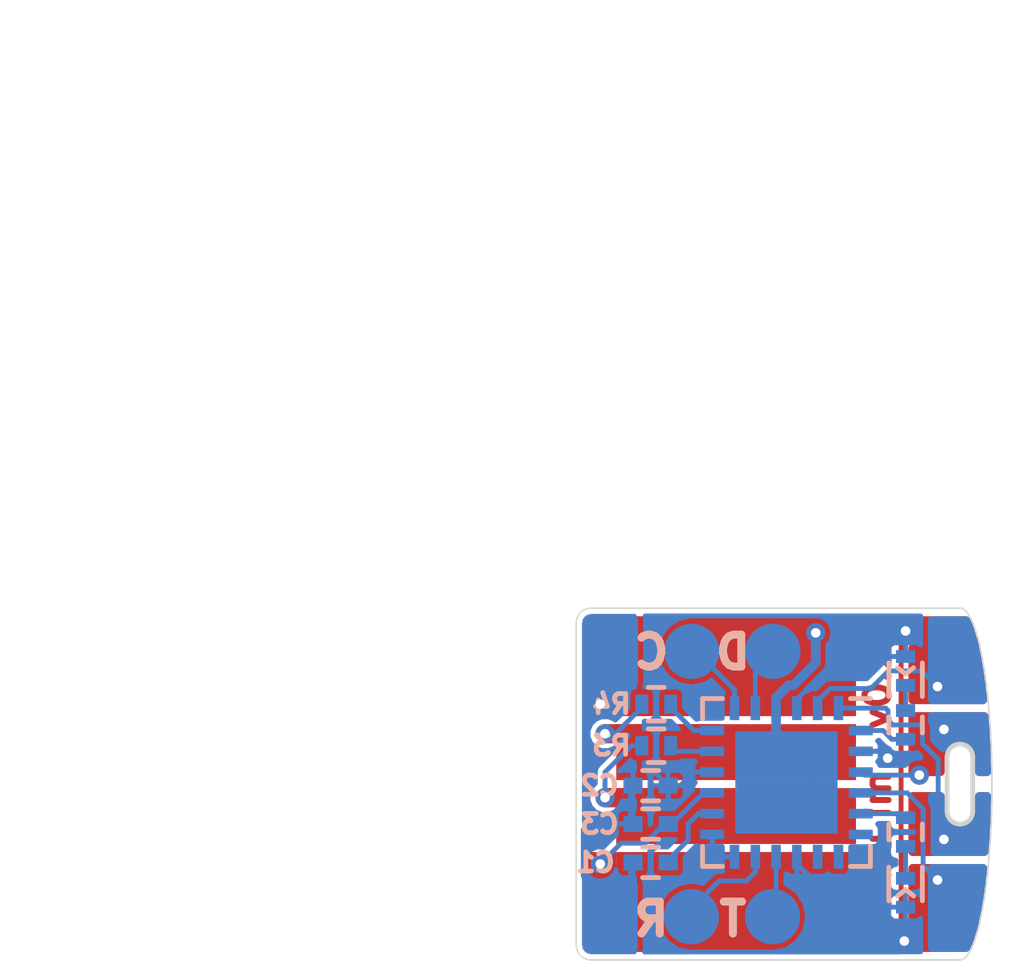
<source format=kicad_pcb>
(kicad_pcb (version 4) (host pcbnew "(2016-05-05 BZR 6775)-product")

  (general
    (links 43)
    (no_connects 0)
    (area 16.97489 17.974999 30.025001 29.02511)
    (thickness 1.6)
    (drawings 178)
    (tracks 189)
    (zones 0)
    (modules 16)
    (nets 24)
  )

  (page User 200 150.012)
  (title_block
    (title "Tomu, I'm")
    (date $Id$)
    (company "Tim 'mithro' Ansell <mithro@mithis.com>")
    (comment 1 "License: CC-BY-SA 4.0 or TAPR")
    (comment 2 http://tomu.im)
    (comment 3 https://github.com/mithro/tomu)
  )

  (layers
    (0 F.Cu signal)
    (31 B.Cu signal)
    (32 B.Adhes user hide)
    (33 F.Adhes user hide)
    (34 B.Paste user hide)
    (35 F.Paste user hide)
    (36 B.SilkS user hide)
    (37 F.SilkS user hide)
    (38 B.Mask user)
    (39 F.Mask user)
    (40 Dwgs.User user hide)
    (41 Cmts.User user hide)
    (42 Eco1.User user hide)
    (43 Eco2.User user hide)
    (44 Edge.Cuts user)
    (45 Margin user hide)
    (46 B.CrtYd user hide)
    (47 F.CrtYd user hide)
    (48 B.Fab user hide)
    (49 F.Fab user hide)
  )

  (setup
    (last_trace_width 0.1524)
    (user_trace_width 0.0254)
    (user_trace_width 0.1016)
    (user_trace_width 0.127)
    (user_trace_width 0.2032)
    (user_trace_width 0.254)
    (user_trace_width 0.3048)
    (trace_clearance 0.1524)
    (zone_clearance 0)
    (zone_45_only no)
    (trace_min 0.1524)
    (segment_width 0.1)
    (edge_width 0.15)
    (via_size 0.6)
    (via_drill 0.3)
    (via_min_size 0.4)
    (via_min_drill 0.3)
    (uvia_size 0.3)
    (uvia_drill 0.1)
    (uvias_allowed no)
    (uvia_min_size 0.2)
    (uvia_min_drill 0.1)
    (pcb_text_width 0.3)
    (pcb_text_size 1.5 1.5)
    (mod_edge_width 0.15)
    (mod_text_size 1 1)
    (mod_text_width 0.15)
    (pad_size 0.75 0.3)
    (pad_drill 0)
    (pad_to_mask_clearance 0.1)
    (solder_mask_min_width 0.1)
    (aux_axis_origin 0 0)
    (visible_elements FFFFFF7F)
    (pcbplotparams
      (layerselection 0x010f0_80000001)
      (usegerberextensions true)
      (excludeedgelayer true)
      (linewidth 0.100000)
      (plotframeref false)
      (viasonmask false)
      (mode 1)
      (useauxorigin false)
      (hpglpennumber 1)
      (hpglpenspeed 20)
      (hpglpendiameter 15)
      (psnegative false)
      (psa4output false)
      (plotreference true)
      (plotvalue true)
      (plotinvisibletext false)
      (padsonsilk false)
      (subtractmaskfromsilk false)
      (outputformat 1)
      (mirror false)
      (drillshape 0)
      (scaleselection 1)
      (outputdirectory gerber/))
  )

  (net 0 "")
  (net 1 GND)
  (net 2 +3V3)
  (net 3 /USB_5V)
  (net 4 "Net-(D1-Pad1)")
  (net 5 "Net-(D2-Pad1)")
  (net 6 /DBG_SWDIO)
  (net 7 /DBG_SWCLK)
  (net 8 /USB_D+)
  (net 9 /USB_D-)
  (net 10 "Net-(U1-Pad7)")
  (net 11 /DEC)
  (net 12 /LED1)
  (net 13 /LED0)
  (net 14 /RUSB_D+)
  (net 15 /RUSB_D-)
  (net 16 /CAP0A)
  (net 17 /CAP1A)
  (net 18 /CAP0B)
  (net 19 /CAP1B)
  (net 20 /LEU0_RX)
  (net 21 /LEU0_TX)
  (net 22 "Net-(U1-Pad6)")
  (net 23 "Net-(U1-Pad8)")

  (net_class Default "This is the default net class."
    (clearance 0.1524)
    (trace_width 0.1524)
    (via_dia 0.6)
    (via_drill 0.3)
    (uvia_dia 0.3)
    (uvia_drill 0.1)
    (add_net +3V3)
    (add_net /CAP0A)
    (add_net /CAP0B)
    (add_net /CAP1A)
    (add_net /CAP1B)
    (add_net /DBG_SWCLK)
    (add_net /DBG_SWDIO)
    (add_net /DEC)
    (add_net /LED0)
    (add_net /LED1)
    (add_net /LEU0_RX)
    (add_net /LEU0_TX)
    (add_net /RUSB_D+)
    (add_net /RUSB_D-)
    (add_net /USB_5V)
    (add_net /USB_D+)
    (add_net /USB_D-)
    (add_net GND)
    (add_net "Net-(D1-Pad1)")
    (add_net "Net-(D2-Pad1)")
    (add_net "Net-(U1-Pad6)")
    (add_net "Net-(U1-Pad7)")
    (add_net "Net-(U1-Pad8)")
  )

  (module Measurement_Points:Measurement_Point_Round-TH_Small (layer F.Cu) (tedit 586670AF) (tstamp 579CB3F9)
    (at 0 0)
    (descr "Mesurement Point, Square, Trough Hole,  DM 1.5mm, Drill 0.8mm,")
    (tags "Mesurement Point Round Trough Hole 1.5mm Drill 0.8mm")
    (attr virtual)
    (fp_text reference REF** (at 0 -2) (layer F.SilkS) hide
      (effects (font (size 1 1) (thickness 0.15)))
    )
    (fp_text value Measurement_Point_Round-TH_Small (at 0 2) (layer F.Fab) hide
      (effects (font (size 1 1) (thickness 0.15)))
    )
    (fp_circle (center 0 0) (end 1 0) (layer F.CrtYd) (width 0.05))
    (fp_poly (pts (xy 28.5 22.75) (xy 30.25 22.75) (xy 30.25 18.5) (xy 28.5 18.5)
      (xy 28.5 22.75)) (layer B.Mask) (width 0.1))
    (fp_poly (pts (xy 28.5 28.5) (xy 28.5 24) (xy 30.25 24) (xy 30.25 28.5)
      (xy 28.5 28.5)) (layer B.Mask) (width 0.1))
    (fp_poly (pts (xy 27.75 28.5) (xy 27.75 24) (xy 30.25 24) (xy 30.25 28.5)
      (xy 27.75 28.5)) (layer F.Mask) (width 0.1))
    (fp_poly (pts (xy 30.25 22.75) (xy 30.25 18.5) (xy 27.75 18.5) (xy 27.75 22.75)
      (xy 30.25 22.75)) (layer F.Mask) (width 0.1))
  )

  (module debug-points (layer B.Cu) (tedit 579C71AA) (tstamp 5798C204)
    (at 18.06 27.65 270)
    (descr "Through hole pin header")
    (tags "pin header")
    (path /5798FD61)
    (fp_text reference P1 (at 0 1.78 270) (layer Dwgs.User)
      (effects (font (size 1 1) (thickness 0.15)))
    )
    (fp_text value USART0 (at 0 3.1 270) (layer B.Fab)
      (effects (font (size 1 1) (thickness 0.15)) (justify mirror))
    )
    (pad 1 smd rect (at 0 0 270) (size 2.032 1.7272) (layers B.Cu B.Paste B.Mask)
      (net 1 GND) (solder_mask_margin -0.25) (zone_connect 2))
    (pad 2 smd oval (at 0 -2.54 270) (size 1.7272 1.7272) (layers B.Cu B.Paste B.Mask)
      (net 20 /LEU0_RX) (solder_mask_margin -0.25) (zone_connect 2))
    (pad 3 smd oval (at 0 -5.08 270) (size 1.7272 1.7272) (layers B.Cu B.Paste B.Mask)
      (net 21 /LEU0_TX) (solder_mask_margin -0.25) (zone_connect 2))
    (pad 4 smd oval (at 0 -7.62 270) (size 1.7272 1.7272) (layers B.Cu B.Paste B.Mask)
      (net 2 +3V3) (solder_mask_margin -0.25) (zone_connect 2))
  )

  (module Resistors_SMD:R_0402 (layer B.Cu) (tedit 579CBFFC) (tstamp 5798C267)
    (at 27.3 25 90)
    (descr "Resistor SMD 0402, reflow soldering, Vishay (see dcrcw.pdf)")
    (tags "resistor 0402")
    (path /5798F38A)
    (attr smd)
    (fp_text reference R2 (at 0 1.8 90) (layer B.SilkS) hide
      (effects (font (size 0.6 0.6) (thickness 0.15)) (justify mirror))
    )
    (fp_text value 75 (at 0 -1.8 90) (layer B.Fab)
      (effects (font (size 1 1) (thickness 0.15)) (justify mirror))
    )
    (fp_line (start -0.95 0.65) (end 0.95 0.65) (layer B.CrtYd) (width 0.05))
    (fp_line (start -0.95 -0.65) (end 0.95 -0.65) (layer B.CrtYd) (width 0.05))
    (fp_line (start -0.95 0.65) (end -0.95 -0.65) (layer B.CrtYd) (width 0.05))
    (fp_line (start 0.95 0.65) (end 0.95 -0.65) (layer B.CrtYd) (width 0.05))
    (fp_line (start 0.25 0.525) (end -0.25 0.525) (layer B.SilkS) (width 0.15))
    (fp_line (start -0.25 -0.525) (end 0.25 -0.525) (layer B.SilkS) (width 0.15))
    (pad 1 smd rect (at -0.45 0 90) (size 0.4 0.6) (layers B.Cu B.Paste B.Mask)
      (net 5 "Net-(D2-Pad1)"))
    (pad 2 smd rect (at 0.45 0 90) (size 0.4 0.6) (layers B.Cu B.Paste B.Mask)
      (net 13 /LED0))
    (model Resistors_SMD.3dshapes/R_0402.wrl
      (at (xyz 0 0 0))
      (scale (xyz 1 1 1))
      (rotate (xyz 0 0 0))
    )
  )

  (module LEDs:LED_0402 (layer B.Cu) (tedit 579CC00C) (tstamp 5798C1BF)
    (at 27.3 19.96 90)
    (descr "LED 0402 smd package")
    (tags "LED led 0402 SMD smd SMT smt smdled SMDLED smtled SMTLED")
    (path /5798F0D5)
    (attr smd)
    (fp_text reference D1 (at 0 1.8 90) (layer B.SilkS) hide
      (effects (font (size 1 1) (thickness 0.15)) (justify mirror))
    )
    (fp_text value LED (at 0 -1.8 90) (layer B.Fab)
      (effects (font (size 1 1) (thickness 0.15)) (justify mirror))
    )
    (fp_line (start -0.1 0) (end 0.1 -0.25) (layer B.SilkS) (width 0.15))
    (fp_line (start 0.1 0.25) (end -0.1 0) (layer B.SilkS) (width 0.15))
    (fp_line (start -0.95 0.65) (end 0.95 0.65) (layer B.CrtYd) (width 0.05))
    (fp_line (start -0.95 -0.65) (end 0.95 -0.65) (layer B.CrtYd) (width 0.05))
    (fp_line (start -0.95 0.65) (end -0.95 -0.65) (layer B.CrtYd) (width 0.05))
    (fp_line (start 0.95 0.65) (end 0.95 -0.65) (layer B.CrtYd) (width 0.05))
    (fp_line (start 0.25 0.525) (end -0.8 0.525) (layer B.SilkS) (width 0.15))
    (fp_line (start 0.25 -0.525) (end -0.8 -0.525) (layer B.SilkS) (width 0.15))
    (pad 1 smd rect (at -0.45 0 90) (size 0.4 0.6) (layers B.Cu B.Paste B.Mask)
      (net 4 "Net-(D1-Pad1)"))
    (pad 2 smd rect (at 0.45 0 90) (size 0.4 0.6) (layers B.Cu B.Paste B.Mask)
      (net 2 +3V3))
    (model LEDs.3dshapes/LED_0402.wrl
      (at (xyz 0 0 0))
      (scale (xyz 1 1 1))
      (rotate (xyz 0 0 180))
    )
  )

  (module Capacitors_SMD:C_0402 (layer B.Cu) (tedit 579C77D3) (tstamp 5798C199)
    (at 19.325 25.95)
    (descr "Capacitor SMD 0402, reflow soldering, AVX (see smccp.pdf)")
    (tags "capacitor 0402")
    (path /5798BCD7)
    (attr smd)
    (fp_text reference C1 (at -1.725 0) (layer B.SilkS)
      (effects (font (size 0.6 0.6) (thickness 0.15)) (justify mirror))
    )
    (fp_text value 1uF (at 0 -1.7) (layer B.Fab)
      (effects (font (size 1 1) (thickness 0.15)) (justify mirror))
    )
    (fp_line (start -1.15 0.6) (end 1.15 0.6) (layer B.CrtYd) (width 0.05))
    (fp_line (start -1.15 -0.6) (end 1.15 -0.6) (layer B.CrtYd) (width 0.05))
    (fp_line (start -1.15 0.6) (end -1.15 -0.6) (layer B.CrtYd) (width 0.05))
    (fp_line (start 1.15 0.6) (end 1.15 -0.6) (layer B.CrtYd) (width 0.05))
    (fp_line (start 0.25 0.475) (end -0.25 0.475) (layer B.SilkS) (width 0.15))
    (fp_line (start -0.25 -0.475) (end 0.25 -0.475) (layer B.SilkS) (width 0.15))
    (pad 1 smd rect (at -0.55 0) (size 0.6 0.5) (layers B.Cu B.Paste B.Mask)
      (net 1 GND))
    (pad 2 smd rect (at 0.55 0) (size 0.6 0.5) (layers B.Cu B.Paste B.Mask)
      (net 11 /DEC))
    (model Capacitors_SMD.3dshapes/C_0402.wrl
      (at (xyz 0 0 0))
      (scale (xyz 1 1 1))
      (rotate (xyz 0 0 0))
    )
  )

  (module Capacitors_SMD:C_0402 (layer B.Cu) (tedit 579C77A2) (tstamp 5798C1A5)
    (at 19.325 23.55 180)
    (descr "Capacitor SMD 0402, reflow soldering, AVX (see smccp.pdf)")
    (tags "capacitor 0402")
    (path /5798B89B)
    (attr smd)
    (fp_text reference C2 (at 1.6 0 180) (layer B.SilkS)
      (effects (font (size 0.6 0.6) (thickness 0.15)) (justify mirror))
    )
    (fp_text value 1uF (at 0 -1.7 180) (layer B.Fab)
      (effects (font (size 1 1) (thickness 0.15)) (justify mirror))
    )
    (fp_line (start -1.15 0.6) (end 1.15 0.6) (layer B.CrtYd) (width 0.05))
    (fp_line (start -1.15 -0.6) (end 1.15 -0.6) (layer B.CrtYd) (width 0.05))
    (fp_line (start -1.15 0.6) (end -1.15 -0.6) (layer B.CrtYd) (width 0.05))
    (fp_line (start 1.15 0.6) (end 1.15 -0.6) (layer B.CrtYd) (width 0.05))
    (fp_line (start 0.25 0.475) (end -0.25 0.475) (layer B.SilkS) (width 0.15))
    (fp_line (start -0.25 -0.475) (end 0.25 -0.475) (layer B.SilkS) (width 0.15))
    (pad 1 smd rect (at -0.55 0 180) (size 0.6 0.5) (layers B.Cu B.Paste B.Mask)
      (net 2 +3V3))
    (pad 2 smd rect (at 0.55 0 180) (size 0.6 0.5) (layers B.Cu B.Paste B.Mask)
      (net 1 GND))
    (model Capacitors_SMD.3dshapes/C_0402.wrl
      (at (xyz 0 0 0))
      (scale (xyz 1 1 1))
      (rotate (xyz 0 0 0))
    )
  )

  (module Capacitors_SMD:C_0402 (layer B.Cu) (tedit 579C77A9) (tstamp 5798C1B1)
    (at 19.325 24.75 180)
    (descr "Capacitor SMD 0402, reflow soldering, AVX (see smccp.pdf)")
    (tags "capacitor 0402")
    (path /5798BA32)
    (attr smd)
    (fp_text reference C3 (at 1.6 0 180) (layer B.SilkS)
      (effects (font (size 0.6 0.6) (thickness 0.15)) (justify mirror))
    )
    (fp_text value 4.7uF (at 0 -1.7 180) (layer B.Fab)
      (effects (font (size 1 1) (thickness 0.15)) (justify mirror))
    )
    (fp_line (start -1.15 0.6) (end 1.15 0.6) (layer B.CrtYd) (width 0.05))
    (fp_line (start -1.15 -0.6) (end 1.15 -0.6) (layer B.CrtYd) (width 0.05))
    (fp_line (start -1.15 0.6) (end -1.15 -0.6) (layer B.CrtYd) (width 0.05))
    (fp_line (start 1.15 0.6) (end 1.15 -0.6) (layer B.CrtYd) (width 0.05))
    (fp_line (start 0.25 0.475) (end -0.25 0.475) (layer B.SilkS) (width 0.15))
    (fp_line (start -0.25 -0.475) (end 0.25 -0.475) (layer B.SilkS) (width 0.15))
    (pad 1 smd rect (at -0.55 0 180) (size 0.6 0.5) (layers B.Cu B.Paste B.Mask)
      (net 3 /USB_5V))
    (pad 2 smd rect (at 0.55 0 180) (size 0.6 0.5) (layers B.Cu B.Paste B.Mask)
      (net 1 GND))
    (model Capacitors_SMD.3dshapes/C_0402.wrl
      (at (xyz 0 0 0))
      (scale (xyz 1 1 1))
      (rotate (xyz 0 0 0))
    )
  )

  (module LEDs:LED_0402 (layer B.Cu) (tedit 579CBFF6) (tstamp 5798C1CD)
    (at 27.3 26.9 270)
    (descr "LED 0402 smd package")
    (tags "LED led 0402 SMD smd SMT smt smdled SMDLED smtled SMTLED")
    (path /5798F173)
    (attr smd)
    (fp_text reference D2 (at 0.1 1.325) (layer B.SilkS) hide
      (effects (font (size 0.6 0.6) (thickness 0.15)) (justify mirror))
    )
    (fp_text value LED (at 0 -1.8 270) (layer B.Fab)
      (effects (font (size 1 1) (thickness 0.15)) (justify mirror))
    )
    (fp_line (start -0.1 0) (end 0.1 -0.25) (layer B.SilkS) (width 0.15))
    (fp_line (start 0.1 0.25) (end -0.1 0) (layer B.SilkS) (width 0.15))
    (fp_line (start -0.95 0.65) (end 0.95 0.65) (layer B.CrtYd) (width 0.05))
    (fp_line (start -0.95 -0.65) (end 0.95 -0.65) (layer B.CrtYd) (width 0.05))
    (fp_line (start -0.95 0.65) (end -0.95 -0.65) (layer B.CrtYd) (width 0.05))
    (fp_line (start 0.95 0.65) (end 0.95 -0.65) (layer B.CrtYd) (width 0.05))
    (fp_line (start 0.25 0.525) (end -0.8 0.525) (layer B.SilkS) (width 0.15))
    (fp_line (start 0.25 -0.525) (end -0.8 -0.525) (layer B.SilkS) (width 0.15))
    (pad 1 smd rect (at -0.45 0 270) (size 0.4 0.6) (layers B.Cu B.Paste B.Mask)
      (net 5 "Net-(D2-Pad1)"))
    (pad 2 smd rect (at 0.45 0 270) (size 0.4 0.6) (layers B.Cu B.Paste B.Mask)
      (net 2 +3V3))
    (model LEDs.3dshapes/LED_0402.wrl
      (at (xyz 0 0 0))
      (scale (xyz 1 1 1))
      (rotate (xyz 0 0 180))
    )
  )

  (module Resistors_SMD:R_0402 (layer B.Cu) (tedit 579CC000) (tstamp 5798C25B)
    (at 27.3 21.65 90)
    (descr "Resistor SMD 0402, reflow soldering, Vishay (see dcrcw.pdf)")
    (tags "resistor 0402")
    (path /5798F3FD)
    (attr smd)
    (fp_text reference R1 (at 0 1.8 90) (layer B.SilkS) hide
      (effects (font (size 0.6 0.6) (thickness 0.15)) (justify mirror))
    )
    (fp_text value 75 (at 0 -1.8 90) (layer B.Fab)
      (effects (font (size 1 1) (thickness 0.15)) (justify mirror))
    )
    (fp_line (start -0.95 0.65) (end 0.95 0.65) (layer B.CrtYd) (width 0.05))
    (fp_line (start -0.95 -0.65) (end 0.95 -0.65) (layer B.CrtYd) (width 0.05))
    (fp_line (start -0.95 0.65) (end -0.95 -0.65) (layer B.CrtYd) (width 0.05))
    (fp_line (start 0.95 0.65) (end 0.95 -0.65) (layer B.CrtYd) (width 0.05))
    (fp_line (start 0.25 0.525) (end -0.25 0.525) (layer B.SilkS) (width 0.15))
    (fp_line (start -0.25 -0.525) (end 0.25 -0.525) (layer B.SilkS) (width 0.15))
    (pad 1 smd rect (at -0.45 0 90) (size 0.4 0.6) (layers B.Cu B.Paste B.Mask)
      (net 12 /LED1))
    (pad 2 smd rect (at 0.45 0 90) (size 0.4 0.6) (layers B.Cu B.Paste B.Mask)
      (net 4 "Net-(D1-Pad1)"))
    (model Resistors_SMD.3dshapes/R_0402.wrl
      (at (xyz 0 0 0))
      (scale (xyz 1 1 1))
      (rotate (xyz 0 0 0))
    )
  )

  (module Resistors_SMD:R_0402 (layer B.Cu) (tedit 579C76C1) (tstamp 5798C273)
    (at 19.5 22.3)
    (descr "Resistor SMD 0402, reflow soldering, Vishay (see dcrcw.pdf)")
    (tags "resistor 0402")
    (path /5798C3BC)
    (attr smd)
    (fp_text reference R3 (at -1.4 0) (layer B.SilkS)
      (effects (font (size 0.6 0.6) (thickness 0.15)) (justify mirror))
    )
    (fp_text value 15 (at 0 -1.8) (layer B.Fab)
      (effects (font (size 1 1) (thickness 0.15)) (justify mirror))
    )
    (fp_line (start -0.95 0.65) (end 0.95 0.65) (layer B.CrtYd) (width 0.05))
    (fp_line (start -0.95 -0.65) (end 0.95 -0.65) (layer B.CrtYd) (width 0.05))
    (fp_line (start -0.95 0.65) (end -0.95 -0.65) (layer B.CrtYd) (width 0.05))
    (fp_line (start 0.95 0.65) (end 0.95 -0.65) (layer B.CrtYd) (width 0.05))
    (fp_line (start 0.25 0.525) (end -0.25 0.525) (layer B.SilkS) (width 0.15))
    (fp_line (start -0.25 -0.525) (end 0.25 -0.525) (layer B.SilkS) (width 0.15))
    (pad 1 smd rect (at -0.45 0) (size 0.4 0.6) (layers B.Cu B.Paste B.Mask)
      (net 9 /USB_D-))
    (pad 2 smd rect (at 0.45 0) (size 0.4 0.6) (layers B.Cu B.Paste B.Mask)
      (net 15 /RUSB_D-))
    (model Resistors_SMD.3dshapes/R_0402.wrl
      (at (xyz 0 0 0))
      (scale (xyz 1 1 1))
      (rotate (xyz 0 0 0))
    )
  )

  (module Resistors_SMD:R_0402 (layer B.Cu) (tedit 579C7699) (tstamp 5798C27F)
    (at 19.5 21)
    (descr "Resistor SMD 0402, reflow soldering, Vishay (see dcrcw.pdf)")
    (tags "resistor 0402")
    (path /5798C529)
    (attr smd)
    (fp_text reference R4 (at -1.4 0) (layer B.SilkS)
      (effects (font (size 0.6 0.6) (thickness 0.15)) (justify mirror))
    )
    (fp_text value 15 (at 0 -1.8) (layer B.Fab)
      (effects (font (size 1 1) (thickness 0.15)) (justify mirror))
    )
    (fp_line (start -0.95 0.65) (end 0.95 0.65) (layer B.CrtYd) (width 0.05))
    (fp_line (start -0.95 -0.65) (end 0.95 -0.65) (layer B.CrtYd) (width 0.05))
    (fp_line (start -0.95 0.65) (end -0.95 -0.65) (layer B.CrtYd) (width 0.05))
    (fp_line (start 0.95 0.65) (end 0.95 -0.65) (layer B.CrtYd) (width 0.05))
    (fp_line (start 0.25 0.525) (end -0.25 0.525) (layer B.SilkS) (width 0.15))
    (fp_line (start -0.25 -0.525) (end 0.25 -0.525) (layer B.SilkS) (width 0.15))
    (pad 1 smd rect (at -0.45 0) (size 0.4 0.6) (layers B.Cu B.Paste B.Mask)
      (net 8 /USB_D+))
    (pad 2 smd rect (at 0.45 0) (size 0.4 0.6) (layers B.Cu B.Paste B.Mask)
      (net 14 /RUSB_D+))
    (model Resistors_SMD.3dshapes/R_0402.wrl
      (at (xyz 0 0 0))
      (scale (xyz 1 1 1))
      (rotate (xyz 0 0 0))
    )
  )

  (module usb-pcb:debug-points (layer B.Cu) (tedit 579C71AA) (tstamp 5798C23B)
    (at 18.07 19.35 270)
    (descr "Through hole pin header")
    (tags "pin header")
    (path /5798E965)
    (fp_text reference P2 (at 0.03 1.82 270) (layer Dwgs.User)
      (effects (font (size 1 1) (thickness 0.15)))
    )
    (fp_text value DEBUG (at 0 3.1 270) (layer B.Fab)
      (effects (font (size 1 1) (thickness 0.15)) (justify mirror))
    )
    (pad 1 smd rect (at 0 0 270) (size 2.032 1.7272) (layers B.Cu B.Paste B.Mask)
      (net 1 GND) (solder_mask_margin -0.25) (zone_connect 2))
    (pad 2 smd oval (at 0 -2.54 270) (size 1.7272 1.7272) (layers B.Cu B.Paste B.Mask)
      (net 7 /DBG_SWCLK) (solder_mask_margin -0.25) (zone_connect 2))
    (pad 3 smd oval (at 0 -5.08 270) (size 1.7272 1.7272) (layers B.Cu B.Paste B.Mask)
      (net 6 /DBG_SWDIO) (solder_mask_margin -0.25) (zone_connect 2))
    (pad 4 smd oval (at 0 -7.62 270) (size 1.7272 1.7272) (layers B.Cu B.Paste B.Mask)
      (net 2 +3V3) (solder_mask_margin -0.25) (zone_connect 2))
  )

  (module Housings_DFN_QFN:QFN-24-1EP_5x5mm_Pitch0.65mm (layer B.Cu) (tedit 57A16287) (tstamp 5798C2AA)
    (at 23.575 23.45 180)
    (descr "UH Package; 24-Lead Plastic QFN (5mm x 5mm); (see Linear Technology (UH24) QFN 05-08-1747 Rev A.pdf)")
    (tags "QFN 0.65")
    (path /5798B6D7)
    (attr smd)
    (fp_text reference U1 (at 0 3.7 180) (layer B.SilkS) hide
      (effects (font (size 1 1) (thickness 0.15)) (justify mirror))
    )
    (fp_text value EFM32HG309 (at 0 -3.7 180) (layer B.Fab)
      (effects (font (size 1 1) (thickness 0.15)) (justify mirror))
    )
    (fp_line (start -2.95 2.95) (end -2.95 -2.95) (layer B.CrtYd) (width 0.05))
    (fp_line (start 2.95 2.95) (end 2.95 -2.95) (layer B.CrtYd) (width 0.05))
    (fp_line (start -2.95 2.95) (end 2.95 2.95) (layer B.CrtYd) (width 0.05))
    (fp_line (start -2.95 -2.95) (end 2.95 -2.95) (layer B.CrtYd) (width 0.05))
    (fp_line (start 2.625 2.625) (end 2.625 2) (layer B.SilkS) (width 0.15))
    (fp_line (start -2.625 -2.625) (end -2.625 -2) (layer B.SilkS) (width 0.15))
    (fp_line (start 2.625 -2.625) (end 2.625 -2) (layer B.SilkS) (width 0.15))
    (fp_line (start -2.625 2.625) (end -2 2.625) (layer B.SilkS) (width 0.15))
    (fp_line (start -2.625 -2.625) (end -2 -2.625) (layer B.SilkS) (width 0.15))
    (fp_line (start 2.625 -2.625) (end 2 -2.625) (layer B.SilkS) (width 0.15))
    (fp_line (start 2.625 2.625) (end 2 2.625) (layer B.SilkS) (width 0.15))
    (pad 1 smd rect (at -2.325 1.625 180) (size 0.75 0.3) (layers B.Cu B.Paste B.Mask)
      (net 12 /LED1))
    (pad 2 smd rect (at -2.325 0.975 180) (size 0.75 0.3) (layers B.Cu B.Paste B.Mask)
      (net 2 +3V3))
    (pad 3 smd rect (at -2.325 0.325 180) (size 0.75 0.3) (layers B.Cu B.Paste B.Mask)
      (net 16 /CAP0A))
    (pad 4 smd rect (at -2.325 -0.325 180) (size 0.75 0.3) (layers B.Cu B.Paste B.Mask)
      (net 17 /CAP1A))
    (pad 5 smd rect (at -2.325 -0.975 180) (size 0.75 0.3) (layers B.Cu B.Paste B.Mask)
      (net 13 /LED0))
    (pad 6 smd rect (at -2.325 -1.625 180) (size 0.75 0.3) (layers B.Cu B.Paste B.Mask)
      (net 22 "Net-(U1-Pad6)"))
    (pad 7 smd rect (at -1.625 -2.325 90) (size 0.75 0.3) (layers B.Cu B.Paste B.Mask)
      (net 10 "Net-(U1-Pad7)"))
    (pad 8 smd rect (at -0.975 -2.325 90) (size 0.75 0.3) (layers B.Cu B.Paste B.Mask)
      (net 23 "Net-(U1-Pad8)"))
    (pad 9 smd rect (at -0.325 -2.325 90) (size 0.75 0.3) (layers B.Cu B.Paste B.Mask)
      (net 2 +3V3))
    (pad 10 smd rect (at 0.325 -2.325 90) (size 0.75 0.3) (layers B.Cu B.Paste B.Mask)
      (net 21 /LEU0_TX))
    (pad 11 smd rect (at 0.975 -2.325 90) (size 0.75 0.3) (layers B.Cu B.Paste B.Mask)
      (net 20 /LEU0_RX))
    (pad 12 smd rect (at 1.625 -2.325 90) (size 0.75 0.3) (layers B.Cu B.Paste B.Mask)
      (net 2 +3V3))
    (pad 13 smd rect (at 2.325 -1.625 180) (size 0.75 0.3) (layers B.Cu B.Paste B.Mask)
      (net 2 +3V3))
    (pad 14 smd rect (at 2.325 -0.975 180) (size 0.75 0.3) (layers B.Cu B.Paste B.Mask)
      (net 11 /DEC))
    (pad 15 smd rect (at 2.325 -0.325 180) (size 0.75 0.3) (layers B.Cu B.Paste B.Mask)
      (net 3 /USB_5V))
    (pad 16 smd rect (at 2.325 0.325 180) (size 0.75 0.3) (layers B.Cu B.Paste B.Mask)
      (net 2 +3V3))
    (pad 17 smd rect (at 2.325 0.975 180) (size 0.75 0.3) (layers B.Cu B.Paste B.Mask)
      (net 15 /RUSB_D-))
    (pad 18 smd rect (at 2.325 1.625 180) (size 0.75 0.3) (layers B.Cu B.Paste B.Mask)
      (net 14 /RUSB_D+))
    (pad 19 smd rect (at 1.625 2.325 90) (size 0.75 0.3) (layers B.Cu B.Paste B.Mask)
      (net 7 /DBG_SWCLK))
    (pad 20 smd rect (at 0.975 2.325 90) (size 0.75 0.3) (layers B.Cu B.Paste B.Mask)
      (net 6 /DBG_SWDIO))
    (pad 21 smd rect (at 0.325 2.325 90) (size 0.75 0.3) (layers B.Cu)
      (net 1 GND))
    (pad 22 smd rect (at -0.325 2.325 90) (size 0.75 0.3) (layers B.Cu B.Paste B.Mask)
      (net 2 +3V3))
    (pad 23 smd rect (at -0.975 2.325 90) (size 0.75 0.3) (layers B.Cu B.Paste B.Mask)
      (net 18 /CAP0B))
    (pad 24 smd rect (at -1.625 2.325 90) (size 0.75 0.3) (layers B.Cu B.Paste B.Mask)
      (net 19 /CAP1B))
    (pad 25 smd rect (at 0.8 -0.8 180) (size 1.6 1.6) (layers B.Cu B.Paste B.Mask)
      (net 1 GND) (solder_paste_margin_ratio -0.2))
    (pad 25 smd rect (at 0.8 0.8 180) (size 1.6 1.6) (layers B.Cu B.Paste B.Mask)
      (net 1 GND) (solder_paste_margin_ratio -0.2))
    (pad 25 smd rect (at -0.8 -0.8 180) (size 1.6 1.6) (layers B.Cu B.Paste B.Mask)
      (net 1 GND) (solder_paste_margin_ratio -0.2))
    (pad 25 smd rect (at -0.8 0.8 180) (size 1.6 1.6) (layers B.Cu B.Paste B.Mask)
      (net 1 GND) (solder_paste_margin_ratio -0.2))
    (model Housings_DFN_QFN.3dshapes/QFN-24-1EP_5x5mm_Pitch0.65mm.wrl
      (at (xyz 0 0 0))
      (scale (xyz 1 1 1))
      (rotate (xyz 0 0 0))
    )
  )

  (module usb-pcb:minimal-points (layer B.Cu) (tedit 579CB616) (tstamp 5798C2C0)
    (at 28.5 21 270)
    (descr "Resistor SMD 0402, reflow soldering, Vishay (see dcrcw.pdf)")
    (tags "resistor 0402")
    (path /57990318)
    (attr smd)
    (fp_text reference W1 (at 0 1.8 270) (layer Dwgs.User)
      (effects (font (size 1 1) (thickness 0.15)))
    )
    (fp_text value CAP0 (at 0 -1.8 270) (layer Dwgs.User)
      (effects (font (size 1 1) (thickness 0.15)))
    )
    (pad 1 smd rect (at -0.45 0 270) (size 0.4 0.6) (layers B.Cu)
      (net 18 /CAP0B))
    (pad 2 smd rect (at 0.45 0 270) (size 0.4 0.6) (layers B.Cu)
      (net 16 /CAP0A))
  )

  (module usb-pcb:minimal-points (layer B.Cu) (tedit 579CB616) (tstamp 5798C2D6)
    (at 28.5 25.75 270)
    (descr "Resistor SMD 0402, reflow soldering, Vishay (see dcrcw.pdf)")
    (tags "resistor 0402")
    (path /57990582)
    (attr smd)
    (fp_text reference W2 (at 0 1.8 270) (layer Dwgs.User)
      (effects (font (size 1 1) (thickness 0.15)))
    )
    (fp_text value CAP1 (at 0 -1.8 270) (layer Dwgs.User)
      (effects (font (size 1 1) (thickness 0.15)))
    )
    (pad 1 smd rect (at -0.45 0 270) (size 0.4 0.6) (layers B.Cu)
      (net 19 /CAP1B))
    (pad 2 smd rect (at 0.45 0 270) (size 0.4 0.6) (layers B.Cu)
      (net 17 /CAP1A))
  )

  (module usb-pcb:USB-PCB (layer F.Cu) (tedit 579DB13B) (tstamp 5798C24F)
    (at 17 29)
    (path /5798BECB)
    (fp_text reference P3 (at 2 2.5) (layer Cmts.User)
      (effects (font (size 1 1) (thickness 0.15)))
    )
    (fp_text value USB-PCB (at 3.5 1) (layer F.Fab)
      (effects (font (size 1 1) (thickness 0.15)))
    )
    (fp_text user + (at 9.46 -6.43 90) (layer Dwgs.User)
      (effects (font (size 1 1) (thickness 0.15)))
    )
    (fp_text user 5V (at 9.5 -1.925 90) (layer Dwgs.User)
      (effects (font (size 1 1) (thickness 0.15)))
    )
    (fp_line (start 0 -11) (end 0 -13) (layer Cmts.User) (width 0.05))
    (fp_line (start 0 -12) (end 0.5 -11.5) (layer Cmts.User) (width 0.05))
    (fp_line (start 0 -12) (end 0.5 -12.5) (layer Cmts.User) (width 0.05))
    (fp_line (start 12 -12) (end 0 -12) (layer Cmts.User) (width 0.05))
    (fp_line (start 11.5 -11.5) (end 12 -12) (layer Cmts.User) (width 0.05))
    (fp_line (start 12 -12) (end 11.5 -11.5) (layer Cmts.User) (width 0.05))
    (fp_line (start 11.5 -12.5) (end 12 -12) (layer Cmts.User) (width 0.05))
    (fp_line (start 12 -12) (end 11.5 -12.5) (layer Cmts.User) (width 0.05))
    (fp_line (start 12 -11) (end 12 -13) (layer Cmts.User) (width 0.05))
    (fp_text user 12.00mm (at 6 -12.5) (layer Cmts.User)
      (effects (font (size 1 1) (thickness 0.05)))
    )
    (fp_line (start 12 0) (end 12 -11) (layer Dwgs.User) (width 0.05))
    (fp_line (start 12 -11) (end 0 -11) (layer Dwgs.User) (width 0.05))
    (fp_line (start 12 0) (end 0 0) (layer Dwgs.User) (width 0.05))
    (fp_line (start 0 0) (end 0 -11) (layer Dwgs.User) (width 0.05))
    (fp_line (start 13.5 0) (end 13.5 -11) (layer Cmts.User) (width 0.05))
    (fp_line (start 12 -11) (end 14 -11) (layer Cmts.User) (width 0.05))
    (fp_line (start 13.5 -11) (end 13 -10.5) (layer Cmts.User) (width 0.05))
    (fp_line (start 13.5 -11) (end 14 -10.5) (layer Cmts.User) (width 0.05))
    (fp_line (start 12 0) (end 14 0) (layer Cmts.User) (width 0.05))
    (fp_text user 11.00mm (at 13 -5 90) (layer Cmts.User)
      (effects (font (size 1 1) (thickness 0.05)))
    )
    (fp_line (start 13.5 0) (end 14 -0.5) (layer Cmts.User) (width 0.05))
    (fp_line (start 13 -0.5) (end 13.5 0) (layer Cmts.User) (width 0.05))
    (fp_line (start 13.5 0) (end 13 -0.5) (layer Cmts.User) (width 0.05))
    (fp_line (start 14 -0.5) (end 13.5 0) (layer Cmts.User) (width 0.05))
    (fp_line (start -1 -7.5) (end -0.5 -8) (layer Cmts.User) (width 0.05))
    (fp_line (start -1 -11) (end -1 -7.5) (layer Cmts.User) (width 0.05))
    (fp_line (start -1 -11) (end -0.5 -10.5) (layer Cmts.User) (width 0.05))
    (fp_line (start -1.5 -10.5) (end -1 -11) (layer Cmts.User) (width 0.05))
    (fp_line (start -0.5 -10.5) (end -1 -11) (layer Cmts.User) (width 0.05))
    (fp_line (start -1 -11) (end -1.5 -10.5) (layer Cmts.User) (width 0.05))
    (fp_line (start -1 -7.5) (end -1.5 -8) (layer Cmts.User) (width 0.05))
    (fp_line (start 0 -11) (end -2 -11) (layer Cmts.User) (width 0.05))
    (fp_line (start 0 -7.5) (end -2 -7.5) (layer Cmts.User) (width 0.05))
    (fp_line (start -1 0) (end -0.5 -0.5) (layer Cmts.User) (width 0.05))
    (fp_text user 3.50mm (at -1.5 -2 90) (layer Cmts.User)
      (effects (font (size 0.25 0.14) (thickness 0.035)))
    )
    (fp_line (start -1 -3.5) (end -1 0) (layer Cmts.User) (width 0.05))
    (fp_line (start -1 0) (end -1.5 -0.5) (layer Cmts.User) (width 0.05))
    (fp_line (start -1 -3.5) (end -1.5 -3) (layer Cmts.User) (width 0.05))
    (fp_line (start -1.5 -3) (end -1 -3.5) (layer Cmts.User) (width 0.05))
    (fp_line (start -1 -3.5) (end -0.5 -3) (layer Cmts.User) (width 0.05))
    (fp_line (start -0.5 -3) (end -1 -3.5) (layer Cmts.User) (width 0.05))
    (fp_line (start 0 -3.5) (end -2 -3.5) (layer Cmts.User) (width 0.05))
    (fp_line (start 0 0) (end -2 0) (layer Cmts.User) (width 0.05))
    (fp_line (start -0.5 -5) (end -1 -5.5) (layer Cmts.User) (width 0.05))
    (fp_line (start -1 -5.5) (end -1.5 -5) (layer Cmts.User) (width 0.05))
    (fp_line (start -1.5 -5) (end -1 -5.5) (layer Cmts.User) (width 0.05))
    (fp_line (start -1 -5.5) (end -0.5 -5) (layer Cmts.User) (width 0.05))
    (fp_line (start 0 -5.5) (end -2 -5.5) (layer Cmts.User) (width 0.05))
    (fp_line (start -1 -5.5) (end -1 -3.5) (layer Cmts.User) (width 0.05))
    (fp_line (start -1 -3.5) (end -1.5 -4) (layer Cmts.User) (width 0.05))
    (fp_line (start -1 -3.5) (end -0.5 -4) (layer Cmts.User) (width 0.05))
    (fp_text user 2.00mm (at -1.5 -4.5 90) (layer Cmts.User)
      (effects (font (size 0.25 0.15) (thickness 0.0375)))
    )
    (fp_text user 2.00mm (at -1.5 -6.5 90) (layer Cmts.User)
      (effects (font (size 0.25 0.15) (thickness 0.0375)))
    )
    (fp_line (start -0.5 -7) (end -1 -7.5) (layer Cmts.User) (width 0.05))
    (fp_line (start -1 -7.5) (end -1.5 -7) (layer Cmts.User) (width 0.05))
    (fp_line (start -1 -7.5) (end -0.5 -7) (layer Cmts.User) (width 0.05))
    (fp_line (start -1.5 -7) (end -1 -7.5) (layer Cmts.User) (width 0.05))
    (fp_line (start -1 -7.5) (end -1 -5.5) (layer Cmts.User) (width 0.05))
    (fp_line (start -1 -5.5) (end -1.5 -6) (layer Cmts.User) (width 0.05))
    (fp_line (start -1 -5.5) (end -0.5 -6) (layer Cmts.User) (width 0.05))
    (fp_text user 3.50mm (at -1.5 -9.5 90) (layer Cmts.User)
      (effects (font (size 0.25 0.14) (thickness 0.035)))
    )
    (fp_poly (pts (xy 0 0) (xy 12 0) (xy 12 -0.25) (xy 0.25 -0.25)
      (xy 0.25 -10.75) (xy 12 -10.75) (xy 12 -11) (xy 0 -11)
      (xy 0 0)) (layer Dwgs.User) (width 0.01))
    (fp_poly (pts (xy 1.5 -3.75) (xy 8.5 -3.75) (xy 8.5 -5.25) (xy 1.5 -5.25)
      (xy 1.5 -3.75)) (layer F.Mask) (width 0.01))
    (fp_poly (pts (xy 8.5 -3.25) (xy 1.5 -3.25) (xy 0.75 -2.5) (xy 0.75 -1.5)
      (xy 1.5 -0.75) (xy 8.5 -0.75) (xy 8.5 -3.25)) (layer F.Mask) (width 0.01))
    (fp_poly (pts (xy 1.5 -5.75) (xy 8.5 -5.75) (xy 8.5 -7.25) (xy 1.5 -7.25)
      (xy 1.5 -5.75)) (layer F.Mask) (width 0.01))
    (fp_poly (pts (xy 8.5 -10.25) (xy 8.5 -7.75) (xy 1.5 -7.75) (xy 0.75 -8.5)
      (xy 0.75 -9.5) (xy 1.5 -10.25) (xy 8.5 -10.25)) (layer F.Mask) (width 0.01))
    (fp_text user - (at 9.44 -4.54 90) (layer Dwgs.User)
      (effects (font (size 1 1) (thickness 0.15)))
    )
    (fp_text user GND (at 9.5 -9.125 90) (layer Dwgs.User)
      (effects (font (size 1 1) (thickness 0.15)))
    )
    (pad 1 connect rect (at 5 -1.8125) (size 7.5 3.125) (layers F.Cu)
      (net 3 /USB_5V) (zone_connect 2))
    (pad 4 connect rect (at 5 -9.1875) (size 7.5 3.125) (layers F.Cu)
      (net 1 GND) (zone_connect 2))
    (pad 2 connect rect (at 5 -4.5) (size 7.5 1.75) (layers F.Cu)
      (net 9 /USB_D-) (zone_connect 2))
    (pad 3 connect rect (at 5 -6.5) (size 7.5 1.75) (layers F.Cu)
      (net 8 /USB_D+) (zone_connect 2))
    (pad 1 connect trapezoid (at 0.75 -1.8125 180) (size 1 2.125) (rect_delta 1 0 ) (layers F.Cu)
      (net 3 /USB_5V) (zone_connect 2))
    (pad 4 connect trapezoid (at 0.75 -9.175 180) (size 1 2.125) (rect_delta 1 0 ) (layers F.Cu)
      (net 1 GND) (zone_connect 2))
    (pad 1 connect rect (at 0.75 -2.875 180) (size 1 1) (layers F.Cu)
      (net 3 /USB_5V))
    (pad 4 connect rect (at 0.75 -8.125 180) (size 1 1) (layers F.Cu)
      (net 1 GND))
  )

  (gr_line (start 29.4 22.65) (end 29.4 24.35) (layer Edge.Cuts) (width 0.15))
  (gr_line (start 28.6 22.65) (end 28.6 24.35) (layer Edge.Cuts) (width 0.15))
  (gr_arc (start 29 24.35) (end 29.4 24.35) (angle 180) (layer Edge.Cuts) (width 0.15))
  (gr_arc (start 29 22.65) (end 28.6 22.65) (angle 180) (layer Edge.Cuts) (width 0.15))
  (gr_text "tomu.im  v0.2" (at 26.43 28.29 90) (layer F.Cu)
    (effects (font (size 0.75 0.85) (thickness 0.1875)) (justify left))
  )
  (gr_line (start 21.44 23.99) (end 21.12 23.99) (layer Dwgs.User) (width 0.1016) (tstamp 579C9EFC))
  (gr_line (start 21.44 24.1) (end 21.12 24.1) (layer Dwgs.User) (width 0.1016) (tstamp 579C9EFB))
  (gr_line (start 21.44 24.21) (end 21.12 24.21) (layer Dwgs.User) (width 0.1016) (tstamp 579C9EFA))
  (gr_line (start 21 23.97) (end 20.68 23.97) (layer Dwgs.User) (width 0.127) (tstamp 579C9E93))
  (gr_line (start 21 24.1) (end 20.68 24.1) (layer Dwgs.User) (width 0.127) (tstamp 579C9E92))
  (gr_line (start 21 24.23) (end 20.68 24.23) (layer Dwgs.User) (width 0.127) (tstamp 579C9E91))
  (gr_line (start 21.25 23.45) (end 21.49 23.45) (layer Dwgs.User) (width 0.127) (tstamp 579C9E37))
  (gr_line (start 21.12 23.45) (end 20.8 23.45) (layer Dwgs.User) (width 0.1016) (tstamp 579C9DF4))
  (gr_line (start 21.8 22.36) (end 21.8 22.04) (layer Dwgs.User) (width 0.1016) (tstamp 579C9D3A))
  (gr_line (start 21.69 22.67) (end 21.69 22.35) (layer Dwgs.User) (width 0.127) (tstamp 579C9D34))
  (gr_line (start 21.91 22.67) (end 21.91 22.35) (layer Dwgs.User) (width 0.127) (tstamp 579C9D2C))
  (gr_line (start 21.92 23.2) (end 21.92 22.88) (layer Dwgs.User) (width 0.1016) (tstamp 579C9B17))
  (gr_line (start 21.8 23.19) (end 21.8 22.87) (layer Dwgs.User) (width 0.127) (tstamp 579C9B16))
  (gr_line (start 21.68 23.2) (end 21.68 22.88) (layer Dwgs.User) (width 0.1016) (tstamp 579C9B15))
  (gr_line (start 21.92 23.77) (end 21.92 23.45) (layer Dwgs.User) (width 0.1016) (tstamp 579C9A65))
  (gr_line (start 21.81 23.77) (end 21.81 23.45) (layer Dwgs.User) (width 0.1016) (tstamp 579C9A64))
  (gr_line (start 21.7 23.77) (end 21.7 23.45) (layer Dwgs.User) (width 0.1016) (tstamp 579C9A63))
  (gr_line (start 21.78 24.26) (end 21.78 23.94) (layer Dwgs.User) (width 0.127) (tstamp 579C9747))
  (gr_line (start 21.65 24.26) (end 21.65 23.94) (layer Dwgs.User) (width 0.127) (tstamp 579C9733))
  (gr_line (start 21.91 24.26) (end 21.91 23.94) (layer Dwgs.User) (width 0.127))
  (gr_text D (at 21.9 19.375) (layer B.SilkS) (tstamp 579C7F9B)
    (effects (font (size 1 1) (thickness 0.25)) (justify mirror))
  )
  (gr_text C (at 19.35 19.375) (layer B.SilkS) (tstamp 579C7F8C)
    (effects (font (size 1 1) (thickness 0.25)) (justify mirror))
  )
  (gr_text T (at 21.9 27.725) (layer B.SilkS) (tstamp 579C7F24)
    (effects (font (size 1 1) (thickness 0.25)) (justify mirror))
  )
  (gr_text R (at 19.35 27.725) (layer B.SilkS)
    (effects (font (size 1 1) (thickness 0.25)) (justify mirror))
  )
  (gr_arc (start 17.46 18.46) (end 17 18.47) (angle 90) (layer Edge.Cuts) (width 0.05) (tstamp 579B7A2A))
  (gr_arc (start 17.46 28.54) (end 17.47 29) (angle 90) (layer Edge.Cuts) (width 0.05))
  (gr_line (start 17 18.48) (end 17 28.55) (layer Edge.Cuts) (width 0.05))
  (gr_line (start 29 18) (end 17.46 18) (layer Edge.Cuts) (width 0.05))
  (gr_line (start 17.46 29) (end 29 29) (layer Edge.Cuts) (width 0.05))
  (gr_arc (start 43.5 23.5) (end 43.5 18) (angle 180) (layer Dwgs.User) (width 0.1))
  (gr_text "UFQFPN32\n - STM32F042x4 \n - STM32L442KC\n\n24-QFN\n- Silicon Labs \n  - EFM32HG308\n  - EFM32HG350\n\n- NXP - MKL27Z32Vxx4" (at 110.75 32.375) (layer Dwgs.User)
    (effects (font (size 1.5 1.5) (thickness 0.3)) (justify left))
  )
  (gr_line (start 55.45 24) (end 55.45 25.5) (layer Dwgs.User) (width 0.1) (tstamp 579848B2))
  (gr_line (start 55.45 25.5) (end 52.45 25.5) (layer Dwgs.User) (width 0.1) (tstamp 579848B1))
  (gr_line (start 52.45 25.5) (end 52.45 24) (layer Dwgs.User) (width 0.1) (tstamp 579848B0))
  (gr_line (start 52.45 24) (end 55.45 24) (layer Dwgs.User) (width 0.1) (tstamp 579848AF))
  (gr_line (start 55.45 26) (end 55.45 28) (layer Dwgs.User) (width 0.1) (tstamp 57984879))
  (gr_line (start 55.45 28) (end 52.45 28) (layer Dwgs.User) (width 0.1) (tstamp 57984878))
  (gr_line (start 52.45 28) (end 52.45 26) (layer Dwgs.User) (width 0.1) (tstamp 57984877))
  (gr_line (start 52.45 26) (end 55.45 26) (layer Dwgs.User) (width 0.1) (tstamp 57984876))
  (gr_line (start 18 28.025) (end 29 28.025) (layer Dwgs.User) (width 0.1))
  (gr_line (start 18 19.025) (end 18 28.025) (layer Dwgs.User) (width 0.1))
  (gr_line (start 29 19.025) (end 18 19.025) (layer Dwgs.User) (width 0.1))
  (gr_line (start 43.5 18) (end 43.5 29) (layer Dwgs.User) (width 0.1))
  (gr_line (start 17 29) (end 29 29) (layer Dwgs.User) (width 0.0254))
  (gr_line (start 17 18) (end 17 29) (layer Dwgs.User) (width 0.0254))
  (gr_line (start 30 23.5) (end 30 23.37) (layer Edge.Cuts) (width 0.05))
  (gr_line (start 30 23.37) (end 30 23.23) (layer Edge.Cuts) (width 0.05))
  (gr_line (start 30 23.23) (end 30 23.1) (layer Edge.Cuts) (width 0.05))
  (gr_line (start 30 23.1) (end 30 22.96) (layer Edge.Cuts) (width 0.05))
  (gr_line (start 30 22.96) (end 29.99 22.83) (layer Edge.Cuts) (width 0.05))
  (gr_line (start 29.99 22.83) (end 29.99 22.69) (layer Edge.Cuts) (width 0.05))
  (gr_line (start 29.99 22.69) (end 29.99 22.56) (layer Edge.Cuts) (width 0.05))
  (gr_line (start 29.99 22.56) (end 29.98 22.43) (layer Edge.Cuts) (width 0.05))
  (gr_line (start 29.98 22.43) (end 29.98 22.29) (layer Edge.Cuts) (width 0.05))
  (gr_line (start 29.98 22.29) (end 29.97 22.16) (layer Edge.Cuts) (width 0.05))
  (gr_line (start 29.97 22.16) (end 29.96 22.03) (layer Edge.Cuts) (width 0.05))
  (gr_line (start 29.96 22.03) (end 29.96 21.9) (layer Edge.Cuts) (width 0.05))
  (gr_line (start 29.96 21.9) (end 29.95 21.77) (layer Edge.Cuts) (width 0.05))
  (gr_line (start 29.95 21.77) (end 29.94 21.65) (layer Edge.Cuts) (width 0.05))
  (gr_line (start 29.94 21.65) (end 29.93 21.52) (layer Edge.Cuts) (width 0.05))
  (gr_line (start 29.93 21.52) (end 29.92 21.4) (layer Edge.Cuts) (width 0.05))
  (gr_line (start 29.92 21.4) (end 29.91 21.27) (layer Edge.Cuts) (width 0.05))
  (gr_line (start 29.91 21.27) (end 29.9 21.15) (layer Edge.Cuts) (width 0.05))
  (gr_line (start 29.9 21.15) (end 29.89 21.03) (layer Edge.Cuts) (width 0.05))
  (gr_line (start 29.89 21.03) (end 29.88 20.91) (layer Edge.Cuts) (width 0.05))
  (gr_line (start 29.88 20.91) (end 29.87 20.79) (layer Edge.Cuts) (width 0.05))
  (gr_line (start 29.87 20.79) (end 29.86 20.67) (layer Edge.Cuts) (width 0.05))
  (gr_line (start 29.86 20.67) (end 29.84 20.56) (layer Edge.Cuts) (width 0.05))
  (gr_line (start 29.84 20.56) (end 29.83 20.44) (layer Edge.Cuts) (width 0.05))
  (gr_line (start 29.83 20.44) (end 29.82 20.33) (layer Edge.Cuts) (width 0.05))
  (gr_line (start 29.82 20.33) (end 29.8 20.22) (layer Edge.Cuts) (width 0.05))
  (gr_line (start 29.8 20.22) (end 29.79 20.12) (layer Edge.Cuts) (width 0.05))
  (gr_line (start 29.79 20.12) (end 29.77 20.01) (layer Edge.Cuts) (width 0.05))
  (gr_line (start 29.77 20.01) (end 29.76 19.91) (layer Edge.Cuts) (width 0.05))
  (gr_line (start 29.76 19.91) (end 29.74 19.81) (layer Edge.Cuts) (width 0.05))
  (gr_line (start 29.74 19.81) (end 29.72 19.71) (layer Edge.Cuts) (width 0.05))
  (gr_line (start 29.72 19.71) (end 29.71 19.61) (layer Edge.Cuts) (width 0.05))
  (gr_line (start 29.71 19.61) (end 29.69 19.52) (layer Edge.Cuts) (width 0.05))
  (gr_line (start 29.69 19.52) (end 29.67 19.42) (layer Edge.Cuts) (width 0.05))
  (gr_line (start 29.67 19.42) (end 29.65 19.34) (layer Edge.Cuts) (width 0.05))
  (gr_line (start 29.65 19.34) (end 29.63 19.25) (layer Edge.Cuts) (width 0.05))
  (gr_line (start 29.63 19.25) (end 29.62 19.16) (layer Edge.Cuts) (width 0.05))
  (gr_line (start 29.62 19.16) (end 29.6 19.08) (layer Edge.Cuts) (width 0.05))
  (gr_line (start 29.6 19.08) (end 29.58 19) (layer Edge.Cuts) (width 0.05))
  (gr_line (start 29.58 19) (end 29.56 18.93) (layer Edge.Cuts) (width 0.05))
  (gr_line (start 29.56 18.93) (end 29.53 18.85) (layer Edge.Cuts) (width 0.05))
  (gr_line (start 29.53 18.85) (end 29.51 18.78) (layer Edge.Cuts) (width 0.05))
  (gr_line (start 29.51 18.78) (end 29.49 18.71) (layer Edge.Cuts) (width 0.05))
  (gr_line (start 29.49 18.71) (end 29.47 18.65) (layer Edge.Cuts) (width 0.05))
  (gr_line (start 29.47 18.65) (end 29.45 18.59) (layer Edge.Cuts) (width 0.05))
  (gr_line (start 29.45 18.59) (end 29.43 18.53) (layer Edge.Cuts) (width 0.05))
  (gr_line (start 29.43 18.53) (end 29.41 18.47) (layer Edge.Cuts) (width 0.05))
  (gr_line (start 29.41 18.47) (end 29.38 18.42) (layer Edge.Cuts) (width 0.05))
  (gr_line (start 29.38 18.42) (end 29.36 18.37) (layer Edge.Cuts) (width 0.05))
  (gr_line (start 29.36 18.37) (end 29.34 18.32) (layer Edge.Cuts) (width 0.05))
  (gr_line (start 29.34 18.32) (end 29.31 18.28) (layer Edge.Cuts) (width 0.05))
  (gr_line (start 29.31 18.28) (end 29.29 18.24) (layer Edge.Cuts) (width 0.05))
  (gr_line (start 29.29 18.24) (end 29.27 18.2) (layer Edge.Cuts) (width 0.05))
  (gr_line (start 29.27 18.2) (end 29.24 18.16) (layer Edge.Cuts) (width 0.05))
  (gr_line (start 29.24 18.16) (end 29.22 18.13) (layer Edge.Cuts) (width 0.05))
  (gr_line (start 29.22 18.13) (end 29.2 18.11) (layer Edge.Cuts) (width 0.05))
  (gr_line (start 29.2 18.11) (end 29.17 18.08) (layer Edge.Cuts) (width 0.05))
  (gr_line (start 29.17 18.08) (end 29.15 18.06) (layer Edge.Cuts) (width 0.05))
  (gr_line (start 29.15 18.06) (end 29.12 18.04) (layer Edge.Cuts) (width 0.05))
  (gr_line (start 29.12 18.04) (end 29.1 18.03) (layer Edge.Cuts) (width 0.05))
  (gr_line (start 29.1 18.03) (end 29.07 18.01) (layer Edge.Cuts) (width 0.05))
  (gr_line (start 29.07 18.01) (end 29.05 18.01) (layer Edge.Cuts) (width 0.05))
  (gr_line (start 29.05 18.01) (end 29.02 18) (layer Edge.Cuts) (width 0.05))
  (gr_line (start 29.02 18) (end 29 18) (layer Edge.Cuts) (width 0.05))
  (gr_line (start 29 29) (end 29.02 29) (layer Edge.Cuts) (width 0.05))
  (gr_line (start 29.02 29) (end 29.05 28.99) (layer Edge.Cuts) (width 0.05))
  (gr_line (start 29.05 28.99) (end 29.07 28.99) (layer Edge.Cuts) (width 0.05))
  (gr_line (start 29.07 28.99) (end 29.1 28.97) (layer Edge.Cuts) (width 0.05))
  (gr_line (start 29.1 28.97) (end 29.12 28.96) (layer Edge.Cuts) (width 0.05))
  (gr_line (start 29.12 28.96) (end 29.15 28.94) (layer Edge.Cuts) (width 0.05))
  (gr_line (start 29.15 28.94) (end 29.17 28.92) (layer Edge.Cuts) (width 0.05))
  (gr_line (start 29.17 28.92) (end 29.2 28.89) (layer Edge.Cuts) (width 0.05))
  (gr_line (start 29.2 28.89) (end 29.22 28.87) (layer Edge.Cuts) (width 0.05))
  (gr_line (start 29.22 28.87) (end 29.24 28.84) (layer Edge.Cuts) (width 0.05))
  (gr_line (start 29.24 28.84) (end 29.27 28.8) (layer Edge.Cuts) (width 0.05))
  (gr_line (start 29.27 28.8) (end 29.29 28.76) (layer Edge.Cuts) (width 0.05))
  (gr_line (start 29.29 28.76) (end 29.31 28.72) (layer Edge.Cuts) (width 0.05))
  (gr_line (start 29.31 28.72) (end 29.34 28.68) (layer Edge.Cuts) (width 0.05))
  (gr_line (start 29.34 28.68) (end 29.36 28.63) (layer Edge.Cuts) (width 0.05))
  (gr_line (start 29.36 28.63) (end 29.38 28.58) (layer Edge.Cuts) (width 0.05))
  (gr_line (start 29.38 28.58) (end 29.41 28.53) (layer Edge.Cuts) (width 0.05))
  (gr_line (start 29.41 28.53) (end 29.43 28.47) (layer Edge.Cuts) (width 0.05))
  (gr_line (start 29.43 28.47) (end 29.45 28.41) (layer Edge.Cuts) (width 0.05))
  (gr_line (start 29.45 28.41) (end 29.47 28.35) (layer Edge.Cuts) (width 0.05))
  (gr_line (start 29.47 28.35) (end 29.49 28.29) (layer Edge.Cuts) (width 0.05))
  (gr_line (start 29.49 28.29) (end 29.51 28.22) (layer Edge.Cuts) (width 0.05))
  (gr_line (start 29.51 28.22) (end 29.53 28.15) (layer Edge.Cuts) (width 0.05))
  (gr_line (start 29.53 28.15) (end 29.56 28.07) (layer Edge.Cuts) (width 0.05))
  (gr_line (start 29.56 28.07) (end 29.58 28) (layer Edge.Cuts) (width 0.05))
  (gr_line (start 29.58 28) (end 29.6 27.92) (layer Edge.Cuts) (width 0.05))
  (gr_line (start 29.6 27.92) (end 29.62 27.84) (layer Edge.Cuts) (width 0.05))
  (gr_line (start 29.62 27.84) (end 29.63 27.75) (layer Edge.Cuts) (width 0.05))
  (gr_line (start 29.63 27.75) (end 29.65 27.66) (layer Edge.Cuts) (width 0.05))
  (gr_line (start 29.65 27.66) (end 29.67 27.58) (layer Edge.Cuts) (width 0.05))
  (gr_line (start 29.67 27.58) (end 29.69 27.48) (layer Edge.Cuts) (width 0.05))
  (gr_line (start 29.69 27.48) (end 29.71 27.39) (layer Edge.Cuts) (width 0.05))
  (gr_line (start 29.71 27.39) (end 29.72 27.29) (layer Edge.Cuts) (width 0.05))
  (gr_line (start 29.72 27.29) (end 29.74 27.19) (layer Edge.Cuts) (width 0.05))
  (gr_line (start 29.74 27.19) (end 29.76 27.09) (layer Edge.Cuts) (width 0.05))
  (gr_line (start 29.76 27.09) (end 29.77 26.99) (layer Edge.Cuts) (width 0.05))
  (gr_line (start 29.77 26.99) (end 29.79 26.88) (layer Edge.Cuts) (width 0.05))
  (gr_line (start 29.79 26.88) (end 29.8 26.78) (layer Edge.Cuts) (width 0.05))
  (gr_line (start 29.8 26.78) (end 29.82 26.67) (layer Edge.Cuts) (width 0.05))
  (gr_line (start 29.82 26.67) (end 29.83 26.56) (layer Edge.Cuts) (width 0.05))
  (gr_line (start 29.83 26.56) (end 29.84 26.44) (layer Edge.Cuts) (width 0.05))
  (gr_line (start 29.84 26.44) (end 29.86 26.33) (layer Edge.Cuts) (width 0.05))
  (gr_line (start 29.86 26.33) (end 29.87 26.21) (layer Edge.Cuts) (width 0.05))
  (gr_line (start 29.87 26.21) (end 29.88 26.09) (layer Edge.Cuts) (width 0.05))
  (gr_line (start 29.88 26.09) (end 29.89 25.97) (layer Edge.Cuts) (width 0.05))
  (gr_line (start 29.89 25.97) (end 29.9 25.85) (layer Edge.Cuts) (width 0.05))
  (gr_line (start 29.9 25.85) (end 29.91 25.73) (layer Edge.Cuts) (width 0.05))
  (gr_line (start 29.91 25.73) (end 29.92 25.6) (layer Edge.Cuts) (width 0.05))
  (gr_line (start 29.92 25.6) (end 29.93 25.48) (layer Edge.Cuts) (width 0.05))
  (gr_line (start 29.93 25.48) (end 29.94 25.35) (layer Edge.Cuts) (width 0.05))
  (gr_line (start 29.94 25.35) (end 29.95 25.23) (layer Edge.Cuts) (width 0.05))
  (gr_line (start 29.95 25.23) (end 29.96 25.1) (layer Edge.Cuts) (width 0.05))
  (gr_line (start 29.96 25.1) (end 29.96 24.97) (layer Edge.Cuts) (width 0.05))
  (gr_line (start 29.96 24.97) (end 29.97 24.84) (layer Edge.Cuts) (width 0.05))
  (gr_line (start 29.97 24.84) (end 29.98 24.71) (layer Edge.Cuts) (width 0.05))
  (gr_line (start 29.98 24.71) (end 29.98 24.57) (layer Edge.Cuts) (width 0.05))
  (gr_line (start 29.98 24.57) (end 29.99 24.44) (layer Edge.Cuts) (width 0.05))
  (gr_line (start 29.99 24.44) (end 29.99 24.31) (layer Edge.Cuts) (width 0.05))
  (gr_line (start 29.99 24.31) (end 29.99 24.17) (layer Edge.Cuts) (width 0.05))
  (gr_line (start 29.99 24.17) (end 30 24.04) (layer Edge.Cuts) (width 0.05))
  (gr_line (start 30 24.04) (end 30 23.9) (layer Edge.Cuts) (width 0.05))
  (gr_line (start 30 23.9) (end 30 23.77) (layer Edge.Cuts) (width 0.05))
  (gr_line (start 30 23.77) (end 30 23.63) (layer Edge.Cuts) (width 0.05))
  (gr_line (start 30 23.63) (end 30 23.5) (layer Edge.Cuts) (width 0.05))

  (segment (start 24.49 18.77) (end 24.49 19.71) (width 0.3) (layer B.Cu) (net 1))
  (segment (start 24.49 19.71) (end 23.79 20.41) (width 0.3) (layer B.Cu) (net 1))
  (segment (start 23.79 20.41) (end 23.64 20.41) (width 0.3) (layer B.Cu) (net 1))
  (segment (start 23.64 20.41) (end 23.25 20.8) (width 0.3) (layer B.Cu) (net 1))
  (segment (start 23.25 20.8) (end 23.25 21.125) (width 0.3) (layer B.Cu) (net 1))
  (segment (start 22 19.8125) (end 23.4475 19.8125) (width 0.6) (layer F.Cu) (net 1))
  (segment (start 23.4475 19.8125) (end 24.49 18.77) (width 0.6) (layer F.Cu) (net 1))
  (segment (start 23.25 21.125) (end 23.25 22.175) (width 0.3) (layer B.Cu) (net 1))
  (segment (start 23.25 22.175) (end 22.775 22.65) (width 0.1524) (layer B.Cu) (net 1))
  (segment (start 17.75 19.825) (end 21.9875 19.825) (width 0.6) (layer F.Cu) (net 1))
  (segment (start 21.9875 19.825) (end 22 19.8125) (width 0.6) (layer F.Cu) (net 1))
  (segment (start 17.75001 21) (end 17.75001 19.82501) (width 0.6) (layer F.Cu) (net 1))
  (segment (start 17.75001 19.82501) (end 17.75 19.825) (width 0.6) (layer F.Cu) (net 1))
  (segment (start 18.7 23.55) (end 18.7 24.75) (width 0.1524) (layer B.Cu) (net 1))
  (segment (start 18.7 24.75) (end 17.4 24.75) (width 0.1524) (layer B.Cu) (net 1))
  (segment (start 17.4 24.75) (end 17.22 24.93) (width 0.1524) (layer B.Cu) (net 1))
  (segment (start 17.22 24.93) (end 17.22 26.37) (width 0.1524) (layer B.Cu) (net 1))
  (segment (start 17.22 26.37) (end 17.4 26.55) (width 0.1524) (layer B.Cu) (net 1))
  (segment (start 17.4 26.55) (end 17.4 28.5) (width 0.1524) (layer B.Cu) (net 1))
  (segment (start 17.26 24.9) (end 17.3 24.86) (width 0.1524) (layer B.Cu) (net 1))
  (segment (start 17.3 24.86) (end 17.3 21.45001) (width 0.1524) (layer B.Cu) (net 1))
  (segment (start 17.3 21.45001) (end 17.450011 21.299999) (width 0.1524) (layer B.Cu) (net 1))
  (segment (start 17.450011 21.299999) (end 17.75001 21) (width 0.1524) (layer B.Cu) (net 1))
  (segment (start 24.375 24.25) (end 22.775 24.25) (width 0.1524) (layer B.Cu) (net 1))
  (segment (start 24.375 22.65) (end 24.375 24.25) (width 0.1524) (layer B.Cu) (net 1))
  (segment (start 22.775 22.65) (end 24.375 22.65) (width 0.1524) (layer B.Cu) (net 1))
  (segment (start 23.23 22.195) (end 22.775 22.65) (width 0.1524) (layer B.Cu) (net 1))
  (via (at 24.49 18.77) (size 0.6) (drill 0.3) (layers F.Cu B.Cu) (net 1))
  (segment (start 17.7625 19.8125) (end 17.75 19.825) (width 0.1524) (layer F.Cu) (net 1))
  (via (at 17.75001 21) (size 0.6) (drill 0.3) (layers F.Cu B.Cu) (net 1))
  (segment (start 17.96 27.65) (end 17.96 27.4976) (width 0.1524) (layer B.Cu) (net 1))
  (segment (start 18.7 25.95) (end 18.7 27.16) (width 0.1524) (layer B.Cu) (net 1))
  (segment (start 18.7 27.16) (end 17.96 27.9) (width 0.1524) (layer B.Cu) (net 1))
  (segment (start 19.875 23.55) (end 19.51 23.185) (width 0.1524) (layer B.Cu) (net 2))
  (segment (start 19.51 23.185) (end 19.51 20.01) (width 0.1524) (layer B.Cu) (net 2))
  (segment (start 19.51 20.01) (end 19.17 19.67) (width 0.1524) (layer B.Cu) (net 2))
  (segment (start 26.79 18.25) (end 25.69 19.35) (width 0.1524) (layer B.Cu) (net 2))
  (segment (start 19.17 19.67) (end 19.17 18.24) (width 0.1524) (layer B.Cu) (net 2))
  (segment (start 19.17 18.24) (end 27.76 18.24) (width 0.1524) (layer B.Cu) (net 2))
  (segment (start 27.76 18.24) (end 27.77 18.25) (width 0.1524) (layer B.Cu) (net 2))
  (segment (start 27.77 18.25) (end 26.79 18.25) (width 0.1524) (layer B.Cu) (net 2))
  (segment (start 25.68 27.65) (end 26.77 28.74) (width 0.1524) (layer B.Cu) (net 2))
  (segment (start 27.07 28.74) (end 27.06 28.75) (width 0.1524) (layer B.Cu) (net 2))
  (segment (start 26.77 28.74) (end 27.07 28.74) (width 0.1524) (layer B.Cu) (net 2))
  (segment (start 27.06 28.75) (end 19.14 28.75) (width 0.1524) (layer B.Cu) (net 2))
  (segment (start 19.37 27.14) (end 20 26.51) (width 0.1524) (layer B.Cu) (net 2))
  (segment (start 20 26.51) (end 20.85 26.51) (width 0.1524) (layer B.Cu) (net 2))
  (segment (start 21.27 26.09) (end 21.27 25.77) (width 0.1524) (layer B.Cu) (net 2))
  (segment (start 19.14 28.75) (end 19.37 28.52) (width 0.1524) (layer B.Cu) (net 2))
  (segment (start 19.37 28.52) (end 19.37 27.14) (width 0.1524) (layer B.Cu) (net 2))
  (segment (start 20.85 26.51) (end 21.27 26.09) (width 0.1524) (layer B.Cu) (net 2))
  (segment (start 23.9 21.125) (end 23.9 20.85) (width 0.1524) (layer B.Cu) (net 2))
  (segment (start 23.9 20.85) (end 25.4 19.35) (width 0.1524) (layer B.Cu) (net 2))
  (segment (start 25.4 19.35) (end 25.69 19.35) (width 0.1524) (layer B.Cu) (net 2))
  (segment (start 27.16 22.67) (end 27.16 18.85) (width 0.1524) (layer F.Cu) (net 2))
  (segment (start 27.16 18.85) (end 27.3 18.71) (width 0.1524) (layer F.Cu) (net 2))
  (segment (start 27.16 28.31) (end 27.16 22.67) (width 0.1524) (layer F.Cu) (net 2))
  (segment (start 27.14 22.69) (end 27.16 22.67) (width 0.1524) (layer F.Cu) (net 2))
  (segment (start 26.74 22.69) (end 27.14 22.69) (width 0.1524) (layer F.Cu) (net 2))
  (segment (start 27.26 28.41) (end 27.16 28.31) (width 0.1524) (layer F.Cu) (net 2))
  (via (at 27.26 28.41) (size 0.6) (drill 0.3) (layers F.Cu B.Cu) (net 2))
  (segment (start 27.26 28.41) (end 27.05 28.2) (width 0.1524) (layer B.Cu) (net 2))
  (segment (start 27.05 28.2) (end 26.1 28.2) (width 0.1524) (layer B.Cu) (net 2))
  (segment (start 26.1 28.2) (end 23.9 26) (width 0.1524) (layer B.Cu) (net 2))
  (segment (start 27.26 28.41) (end 27.3 28.37) (width 0.1524) (layer B.Cu) (net 2))
  (segment (start 27.3 28.37) (end 27.3 27.35) (width 0.1524) (layer B.Cu) (net 2))
  (via (at 27.3 18.71) (size 0.6) (drill 0.3) (layers F.Cu B.Cu) (net 2))
  (segment (start 27.3 18.71) (end 26.33 18.71) (width 0.1524) (layer B.Cu) (net 2))
  (segment (start 26.33 18.71) (end 25.69 19.35) (width 0.1524) (layer B.Cu) (net 2))
  (segment (start 21.27 25.77) (end 21.27 25.095) (width 0.1524) (layer B.Cu) (net 2))
  (segment (start 21.27 25.095) (end 21.25 25.075) (width 0.1524) (layer B.Cu) (net 2))
  (segment (start 21.945 25.77) (end 21.95 25.775) (width 0.1524) (layer B.Cu) (net 2))
  (segment (start 21.27 25.77) (end 21.945 25.77) (width 0.1524) (layer B.Cu) (net 2))
  (segment (start 20.675 23.125) (end 21.25 23.125) (width 0.1524) (layer B.Cu) (net 2))
  (segment (start 25.9 22.475) (end 26.525 22.475) (width 0.1524) (layer B.Cu) (net 2))
  (segment (start 26.525 22.475) (end 26.74 22.69) (width 0.1524) (layer B.Cu) (net 2))
  (via (at 26.74 22.69) (size 0.6) (drill 0.3) (layers F.Cu B.Cu) (net 2))
  (segment (start 19.8 23.55) (end 20.25 23.55) (width 0.1524) (layer B.Cu) (net 2))
  (segment (start 20.25 23.55) (end 20.675 23.125) (width 0.1524) (layer B.Cu) (net 2))
  (segment (start 23.9 25.8984) (end 23.9 25.775) (width 0.1524) (layer B.Cu) (net 2))
  (segment (start 17.75 27.1875) (end 17.75 26) (width 0.6) (layer F.Cu) (net 3))
  (segment (start 17.75 26) (end 18.9375 27.1875) (width 0.6) (layer F.Cu) (net 3))
  (segment (start 18.9375 27.1875) (end 22 27.1875) (width 0.6) (layer F.Cu) (net 3))
  (segment (start 21.25 23.775) (end 20.975 23.775) (width 0.1524) (layer B.Cu) (net 3))
  (segment (start 20.975 23.775) (end 20 24.75) (width 0.1524) (layer B.Cu) (net 3))
  (segment (start 20 24.75) (end 19.8 24.75) (width 0.1524) (layer B.Cu) (net 3))
  (segment (start 18.049999 25.700001) (end 17.75 26) (width 0.1524) (layer B.Cu) (net 3))
  (segment (start 19.15 25.35) (end 18.4 25.35) (width 0.1524) (layer B.Cu) (net 3))
  (segment (start 19.75 24.75) (end 19.15 25.35) (width 0.1524) (layer B.Cu) (net 3))
  (segment (start 19.8 24.75) (end 19.75 24.75) (width 0.1524) (layer B.Cu) (net 3))
  (via (at 17.75 26) (size 0.6) (drill 0.3) (layers F.Cu B.Cu) (net 3))
  (segment (start 18.4 25.35) (end 18.049999 25.700001) (width 0.1524) (layer B.Cu) (net 3))
  (segment (start 19.9 24.9) (end 19.85 24.9) (width 0.1524) (layer B.Cu) (net 3))
  (segment (start 27.3 20.41) (end 27.3 21.2) (width 0.1524) (layer B.Cu) (net 4))
  (segment (start 27.3 25.45) (end 27.3 26.45) (width 0.1524) (layer B.Cu) (net 5))
  (segment (start 22.6 21.125) (end 22.6 19.725) (width 0.1524) (layer B.Cu) (net 6))
  (segment (start 22.6 19.725) (end 23.075 19.25) (width 0.1524) (layer B.Cu) (net 6))
  (segment (start 20.535 19.25) (end 20.65 19.25) (width 0.1524) (layer B.Cu) (net 7))
  (segment (start 20.65 19.25) (end 21.95 20.55) (width 0.1524) (layer B.Cu) (net 7))
  (segment (start 21.95 20.55) (end 21.95 20.6484) (width 0.1524) (layer B.Cu) (net 7))
  (segment (start 21.95 20.6484) (end 21.95 21.125) (width 0.1524) (layer B.Cu) (net 7))
  (segment (start 17.9 21.925) (end 21.425 21.925) (width 0.6) (layer F.Cu) (net 8))
  (segment (start 21.425 21.925) (end 22 22.5) (width 0.6) (layer F.Cu) (net 8))
  (segment (start 18.225 21.925) (end 17.9 21.925) (width 0.1524) (layer B.Cu) (net 8))
  (segment (start 19.05 21.1) (end 18.225 21.925) (width 0.1524) (layer B.Cu) (net 8))
  (segment (start 19.05 21) (end 19.05 21.1) (width 0.1524) (layer B.Cu) (net 8))
  (via (at 17.9 21.925) (size 0.6) (drill 0.3) (layers F.Cu B.Cu) (net 8))
  (segment (start 17.9 23.925) (end 21.425 23.925) (width 0.6) (layer F.Cu) (net 9))
  (segment (start 21.425 23.925) (end 22 24.5) (width 0.6) (layer F.Cu) (net 9))
  (segment (start 19.05 22.3) (end 18.725 22.3) (width 0.1524) (layer B.Cu) (net 9))
  (segment (start 18.725 22.3) (end 17.9 23.125) (width 0.1524) (layer B.Cu) (net 9))
  (segment (start 17.9 23.125) (end 17.9 23.925) (width 0.1524) (layer B.Cu) (net 9))
  (segment (start 18.324264 23.925) (end 17.9 23.925) (width 0.6) (layer F.Cu) (net 9))
  (segment (start 19.10538 24) (end 19.03038 23.925) (width 0.6) (layer F.Cu) (net 9))
  (via (at 17.9 23.925) (size 0.6) (drill 0.3) (layers F.Cu B.Cu) (net 9))
  (segment (start 19.03038 23.925) (end 18.324264 23.925) (width 0.6) (layer F.Cu) (net 9))
  (segment (start 17.9 23.123) (end 17.9 23.925) (width 0.1524) (layer B.Cu) (net 9))
  (segment (start 21.25 24.425) (end 20.825 24.425) (width 0.1524) (layer B.Cu) (net 11))
  (segment (start 20.825 24.425) (end 20.5 24.75) (width 0.1524) (layer B.Cu) (net 11))
  (segment (start 20.5 24.75) (end 20.5 25.25) (width 0.1524) (layer B.Cu) (net 11))
  (segment (start 20.5 25.25) (end 19.8 25.95) (width 0.1524) (layer B.Cu) (net 11))
  (segment (start 26.87 22.1) (end 26.595 21.825) (width 0.1524) (layer B.Cu) (net 12))
  (segment (start 26.595 21.825) (end 25.9 21.825) (width 0.1524) (layer B.Cu) (net 12))
  (segment (start 27.3 22.1) (end 26.87 22.1) (width 0.1524) (layer B.Cu) (net 12))
  (segment (start 26.125 21.825) (end 25.9 21.825) (width 0.1524) (layer B.Cu) (net 12))
  (segment (start 25.9 24.425) (end 27.175 24.425) (width 0.1524) (layer B.Cu) (net 13))
  (segment (start 27.175 24.425) (end 27.3 24.55) (width 0.1524) (layer B.Cu) (net 13))
  (segment (start 21.25 21.825) (end 20.675 21.825) (width 0.1524) (layer B.Cu) (net 14))
  (segment (start 20.675 21.825) (end 19.95 21.1) (width 0.1524) (layer B.Cu) (net 14))
  (segment (start 19.95 21.1) (end 19.95 21) (width 0.1524) (layer B.Cu) (net 14))
  (segment (start 21.25 21.825) (end 20.925 21.825) (width 0.1524) (layer B.Cu) (net 14))
  (segment (start 21.25 22.475) (end 20.125 22.475) (width 0.1524) (layer B.Cu) (net 15))
  (segment (start 20.125 22.475) (end 19.95 22.3) (width 0.1524) (layer B.Cu) (net 15))
  (via (at 27.73 23.22) (size 0.6) (drill 0.3) (layers F.Cu B.Cu) (net 16))
  (segment (start 27.73 23.22) (end 27.73 22.345) (width 0.1524) (layer F.Cu) (net 16))
  (segment (start 27.73 22.345) (end 28.285 21.79) (width 0.1524) (layer F.Cu) (net 16))
  (segment (start 28.285 21.79) (end 28.5 21.79) (width 0.1524) (layer F.Cu) (net 16))
  (segment (start 27.73 23.22) (end 27.727915 23.222085) (width 0.1524) (layer B.Cu) (net 16))
  (segment (start 27.727915 23.222085) (end 26.022085 23.222085) (width 0.1524) (layer B.Cu) (net 16))
  (segment (start 26.022085 23.222085) (end 25.9 23.1) (width 0.1524) (layer B.Cu) (net 16))
  (via (at 28.5 21.79) (size 0.6) (drill 0.3) (layers F.Cu B.Cu) (net 16))
  (segment (start 28.5 21.79) (end 28.5 21.5) (width 0.1524) (layer B.Cu) (net 16))
  (segment (start 25.9 23.775) (end 27.35 23.775) (width 0.1524) (layer B.Cu) (net 17))
  (segment (start 27.35 23.775) (end 27.85 24.275) (width 0.1524) (layer B.Cu) (net 17))
  (segment (start 27.85 24.275) (end 27.85 26.05) (width 0.1524) (layer B.Cu) (net 17))
  (segment (start 27.85 26.05) (end 28.000001 26.200001) (width 0.1524) (layer B.Cu) (net 17))
  (segment (start 28.000001 26.200001) (end 28.3 26.5) (width 0.1524) (layer B.Cu) (net 17))
  (segment (start 28.75 26.5) (end 28.724264 26.5) (width 0.1524) (layer B.Cu) (net 17))
  (segment (start 28.724264 26.5) (end 28.3 26.5) (width 0.1524) (layer B.Cu) (net 17))
  (segment (start 29 26.25) (end 28.75 26.5) (width 0.1524) (layer B.Cu) (net 17))
  (via (at 28.3 26.5) (size 0.6) (drill 0.3) (layers F.Cu B.Cu) (net 17))
  (segment (start 24.55 21.125) (end 24.55 20.9) (width 0.1524) (layer B.Cu) (net 18))
  (segment (start 24.55 20.9) (end 24.94 20.51) (width 0.1524) (layer B.Cu) (net 18))
  (segment (start 24.94 20.51) (end 26.215 20.51) (width 0.1524) (layer B.Cu) (net 18))
  (segment (start 26.215 20.51) (end 26.765 19.96) (width 0.1524) (layer B.Cu) (net 18))
  (segment (start 26.765 19.96) (end 27.81 19.96) (width 0.1524) (layer B.Cu) (net 18))
  (segment (start 27.81 19.96) (end 28.3 20.45) (width 0.1524) (layer B.Cu) (net 18))
  (segment (start 28.125 20.3) (end 28.275 20.45) (width 0.1524) (layer B.Cu) (net 18))
  (segment (start 28.275 20.45) (end 28.3 20.45) (width 0.1524) (layer B.Cu) (net 18))
  (segment (start 28.425 20.575) (end 28.3 20.45) (width 0.1524) (layer B.Cu) (net 18))
  (segment (start 28.649264 20.575) (end 28.425 20.575) (width 0.1524) (layer B.Cu) (net 18))
  (via (at 28.3 20.45) (size 0.6) (drill 0.3) (layers F.Cu B.Cu) (net 18))
  (segment (start 29.15 20.5) (end 29.075 20.575) (width 0.1524) (layer B.Cu) (net 18))
  (segment (start 29.075 20.575) (end 28.649264 20.575) (width 0.1524) (layer B.Cu) (net 18))
  (segment (start 29.15 20.6) (end 29.125 20.575) (width 0.1524) (layer B.Cu) (net 18))
  (segment (start 29.125 20.575) (end 28.649264 20.575) (width 0.1524) (layer B.Cu) (net 18))
  (segment (start 26.675 21.125) (end 25.2 21.125) (width 0.1524) (layer B.Cu) (net 19))
  (segment (start 28.5 25.23) (end 28.32 25.05) (width 0.1524) (layer B.Cu) (net 19))
  (segment (start 28.32 25.05) (end 28.32 22.73) (width 0.1524) (layer B.Cu) (net 19))
  (segment (start 28.32 22.73) (end 27.83 22.24) (width 0.1524) (layer B.Cu) (net 19))
  (segment (start 27.83 22.24) (end 27.83 21.74) (width 0.1524) (layer B.Cu) (net 19))
  (segment (start 27.83 21.74) (end 27.74 21.65) (width 0.1524) (layer B.Cu) (net 19))
  (segment (start 27.74 21.65) (end 26.9 21.65) (width 0.1524) (layer B.Cu) (net 19))
  (segment (start 26.9 21.65) (end 26.75 21.5) (width 0.1524) (layer B.Cu) (net 19))
  (segment (start 26.75 21.5) (end 26.75 21.2) (width 0.1524) (layer B.Cu) (net 19))
  (segment (start 26.75 21.2) (end 26.675 21.125) (width 0.1524) (layer B.Cu) (net 19))
  (via (at 28.5 25.23) (size 0.6) (drill 0.3) (layers F.Cu B.Cu) (net 19))
  (segment (start 28.5 25.23) (end 28.52 25.25) (width 0.1524) (layer B.Cu) (net 19))
  (segment (start 28.52 25.25) (end 29.05 25.25) (width 0.1524) (layer B.Cu) (net 19))
  (segment (start 29.05 25.25) (end 29.15 25.35) (width 0.1524) (layer B.Cu) (net 19))
  (segment (start 22.6 25.775) (end 22.6 26.2516) (width 0.1524) (layer B.Cu) (net 20))
  (segment (start 22.6 26.2516) (end 22.3192 26.5324) (width 0.1524) (layer B.Cu) (net 20))
  (segment (start 22.3192 26.5324) (end 21.4652 26.5324) (width 0.1524) (layer B.Cu) (net 20))
  (segment (start 21.4652 26.5324) (end 20.5 27.4976) (width 0.1524) (layer B.Cu) (net 20))
  (segment (start 20.5 27.4976) (end 20.5 27.65) (width 0.1524) (layer B.Cu) (net 20))
  (segment (start 20.5 27.8024) (end 20.5 27.65) (width 0.1524) (layer B.Cu) (net 20))
  (segment (start 20.5 27.7476) (end 20.5 27.9) (width 0.1524) (layer B.Cu) (net 20))
  (segment (start 23.25 25.775) (end 23.25 27.44) (width 0.1524) (layer B.Cu) (net 21))
  (segment (start 23.25 27.44) (end 23.04 27.65) (width 0.1524) (layer B.Cu) (net 21))

  (zone (net 1) (net_name GND) (layer B.Cu) (tstamp 0) (hatch edge 0.508)
    (connect_pads (clearance 0.1524))
    (min_thickness 0.1524)
    (fill yes (arc_segments 16) (thermal_gap 0.1524) (thermal_bridge_width 0.1525) (smoothing chamfer))
    (polygon
      (pts
        (xy 17 29) (xy 19 29) (xy 19 18) (xy 17 18)
      )
    )
    (filled_polygon
      (pts
        (xy 18.77505 25.94995) (xy 18.79505 25.94995) (xy 18.79505 25.95005) (xy 18.77505 25.95005) (xy 18.77505 26.37145)
        (xy 18.8214 26.4178) (xy 18.8214 28.7464) (xy 17.4922 28.7464) (xy 17.386938 28.727831) (xy 17.32062 28.685574)
        (xy 17.275521 28.621154) (xy 17.2536 28.522237) (xy 17.2536 26.182837) (xy 17.301613 26.299037) (xy 17.450181 26.447864)
        (xy 17.644394 26.528508) (xy 17.854684 26.528692) (xy 18.049037 26.448387) (xy 18.197864 26.299819) (xy 18.2464 26.182931)
        (xy 18.2464 26.245472) (xy 18.281203 26.329492) (xy 18.345509 26.393798) (xy 18.429529 26.4286) (xy 18.7178 26.4286)
        (xy 18.77495 26.37145) (xy 18.77495 25.95005) (xy 18.75495 25.95005) (xy 18.75495 25.94995) (xy 18.77495 25.94995)
        (xy 18.77495 25.92995) (xy 18.77505 25.92995)
      )
    )
    (filled_polygon
      (pts
        (xy 18.8214 20.472611) (xy 18.760805 20.484664) (xy 18.685189 20.535189) (xy 18.634664 20.610805) (xy 18.616922 20.7)
        (xy 18.616922 21.102026) (xy 18.220797 21.498151) (xy 18.199819 21.477136) (xy 18.005606 21.396492) (xy 17.795316 21.396308)
        (xy 17.600963 21.476613) (xy 17.452136 21.625181) (xy 17.371492 21.819394) (xy 17.371308 22.029684) (xy 17.451613 22.224037)
        (xy 17.600181 22.372864) (xy 17.794394 22.453508) (xy 18.004684 22.453692) (xy 18.199037 22.373387) (xy 18.347864 22.224819)
        (xy 18.360724 22.193848) (xy 18.440526 22.140526) (xy 18.625829 21.955223) (xy 18.616922 22) (xy 18.616922 22.016698)
        (xy 18.608358 22.018402) (xy 18.509474 22.084474) (xy 17.690501 22.903447) (xy 17.684474 22.907474) (xy 17.618402 23.006358)
        (xy 17.5952 23.123) (xy 17.5952 23.482366) (xy 17.452136 23.625181) (xy 17.371492 23.819394) (xy 17.371308 24.029684)
        (xy 17.451613 24.224037) (xy 17.600181 24.372864) (xy 17.794394 24.453508) (xy 18.004684 24.453692) (xy 18.199037 24.373387)
        (xy 18.347864 24.224819) (xy 18.428508 24.030606) (xy 18.42851 24.028178) (xy 18.429529 24.0286) (xy 18.7178 24.0286)
        (xy 18.77495 23.97145) (xy 18.77495 23.55005) (xy 18.75495 23.55005) (xy 18.75495 23.54995) (xy 18.77495 23.54995)
        (xy 18.77495 23.12855) (xy 18.7178 23.0714) (xy 18.429529 23.0714) (xy 18.35292 23.103132) (xy 18.688817 22.767235)
        (xy 18.760805 22.815336) (xy 18.8214 22.827389) (xy 18.8214 23.0822) (xy 18.77505 23.12855) (xy 18.77505 23.54995)
        (xy 18.79505 23.54995) (xy 18.79505 23.55005) (xy 18.77505 23.55005) (xy 18.77505 23.97145) (xy 18.8214 24.0178)
        (xy 18.8214 24.2822) (xy 18.77505 24.32855) (xy 18.77505 24.74995) (xy 18.79505 24.74995) (xy 18.79505 24.75005)
        (xy 18.77505 24.75005) (xy 18.77505 24.77005) (xy 18.77495 24.77005) (xy 18.77495 24.75005) (xy 18.30355 24.75005)
        (xy 18.2464 24.8072) (xy 18.2464 25.045472) (xy 18.261851 25.082773) (xy 18.184474 25.134474) (xy 17.847463 25.471485)
        (xy 17.645316 25.471308) (xy 17.450963 25.551613) (xy 17.302136 25.700181) (xy 17.2536 25.817069) (xy 17.2536 24.454528)
        (xy 18.2464 24.454528) (xy 18.2464 24.6928) (xy 18.30355 24.74995) (xy 18.77495 24.74995) (xy 18.77495 24.32855)
        (xy 18.7178 24.2714) (xy 18.429529 24.2714) (xy 18.345509 24.306202) (xy 18.281203 24.370508) (xy 18.2464 24.454528)
        (xy 17.2536 24.454528) (xy 17.2536 18.4922) (xy 17.272169 18.386938) (xy 17.314426 18.32062) (xy 17.378846 18.275521)
        (xy 17.477762 18.2536) (xy 18.8214 18.2536)
      )
    )
  )
  (zone (net 18) (net_name /CAP0B) (layer B.Cu) (tstamp 0) (hatch edge 0.508)
    (priority 2)
    (connect_pads yes (clearance 0))
    (min_thickness 0.254)
    (fill yes (arc_segments 16) (thermal_gap 0.508) (thermal_bridge_width 0.508))
    (polygon
      (pts
        (xy 30.25 18.25) (xy 30.25 21) (xy 28 21) (xy 28 18.25)
      )
    )
    (filled_polygon
      (pts
        (xy 29.206339 18.395118) (xy 29.218872 18.426451) (xy 29.238872 18.476452) (xy 29.245538 18.486697) (xy 29.249661 18.498203)
        (xy 29.271076 18.533896) (xy 29.2858 18.578067) (xy 29.344754 18.754929) (xy 29.383848 18.891758) (xy 29.386677 18.897264)
        (xy 29.387678 18.903371) (xy 29.415528 18.977637) (xy 29.433154 19.039329) (xy 29.452538 19.116865) (xy 29.470059 19.186951)
        (xy 29.47893 19.266786) (xy 29.481435 19.274687) (xy 29.48162 19.282973) (xy 29.501619 19.372973) (xy 29.502439 19.374834)
        (xy 29.502538 19.376865) (xy 29.521663 19.453365) (xy 29.540952 19.549809) (xy 29.541583 19.551329) (xy 29.54162 19.552973)
        (xy 29.559655 19.634134) (xy 29.568754 19.725125) (xy 29.570944 19.732306) (xy 29.570952 19.73981) (xy 29.590952 19.839809)
        (xy 29.590952 19.83981) (xy 29.609493 19.932513) (xy 29.618754 20.025125) (xy 29.620554 20.031026) (xy 29.620452 20.037191)
        (xy 29.63936 20.141183) (xy 29.648754 20.235125) (xy 29.650554 20.241026) (xy 29.650452 20.247191) (xy 29.669238 20.350511)
        (xy 29.678575 20.453223) (xy 29.688525 20.572623) (xy 29.690574 20.579764) (xy 29.690452 20.587191) (xy 29.709136 20.68995)
        (xy 29.718525 20.802623) (xy 29.72439 20.873) (xy 28.127 20.873) (xy 28.127 18.377) (xy 29.19275 18.377)
      )
    )
  )
  (zone (net 16) (net_name /CAP0A) (layer B.Cu) (tstamp 0) (hatch edge 0.508)
    (priority 2)
    (connect_pads yes (clearance 0))
    (min_thickness 0.254)
    (fill yes (arc_segments 16) (thermal_gap 0.508) (thermal_bridge_width 0.508))
    (polygon
      (pts
        (xy 28 21.25) (xy 30.25 21.25) (xy 30.25 23.25) (xy 28 23.25)
      )
    )
    (filled_polygon
      (pts
        (xy 29.768448 21.411658) (xy 29.768581 21.412132) (xy 29.768525 21.412623) (xy 29.778489 21.532191) (xy 29.788448 21.661658)
        (xy 29.788581 21.662132) (xy 29.788525 21.662623) (xy 29.798489 21.782191) (xy 29.808 21.905834) (xy 29.808 22.03)
        (xy 29.809152 22.035794) (xy 29.808448 22.041658) (xy 29.828 22.295834) (xy 29.828 22.43) (xy 29.829152 22.435794)
        (xy 29.828448 22.441658) (xy 29.838 22.565834) (xy 29.838 22.83) (xy 29.839152 22.835794) (xy 29.838448 22.841658)
        (xy 29.848 22.965834) (xy 29.848 23.123) (xy 29.602 23.123) (xy 29.602 22.65) (xy 29.598119 22.630488)
        (xy 29.598119 22.610592) (xy 29.567671 22.457519) (xy 29.537509 22.384702) (xy 29.537507 22.3847) (xy 29.4508 22.254932)
        (xy 29.4508 22.254931) (xy 29.422934 22.227066) (xy 29.395069 22.1992) (xy 29.395066 22.199199) (xy 29.265298 22.112491)
        (xy 29.192481 22.082329) (xy 29.039408 22.051881) (xy 28.960592 22.051881) (xy 28.807519 22.082329) (xy 28.734702 22.112491)
        (xy 28.7347 22.112493) (xy 28.604934 22.199199) (xy 28.604931 22.1992) (xy 28.577066 22.227066) (xy 28.5492 22.254931)
        (xy 28.5492 22.254932) (xy 28.468541 22.375647) (xy 28.1856 22.092706) (xy 28.1856 21.74) (xy 28.165075 21.636812)
        (xy 28.158532 21.603917) (xy 28.127 21.556727) (xy 28.127 21.377) (xy 29.765782 21.377)
      )
    )
  )
  (zone (net 18) (net_name /CAP0B) (layer F.Cu) (tstamp 579CA6B9) (hatch edge 0.508)
    (priority 2)
    (connect_pads yes (clearance 0))
    (min_thickness 0.254)
    (fill yes (arc_segments 16) (thermal_gap 0.508) (thermal_bridge_width 0.508))
    (polygon
      (pts
        (xy 30.25 18.25) (xy 30.25 21) (xy 27.25 21) (xy 27.25 18.25)
      )
    )
    (filled_polygon
      (pts
        (xy 29.206339 18.395118) (xy 29.218872 18.426451) (xy 29.238872 18.476452) (xy 29.245538 18.486697) (xy 29.249661 18.498203)
        (xy 29.271076 18.533896) (xy 29.2858 18.578067) (xy 29.344754 18.754929) (xy 29.383848 18.891758) (xy 29.386677 18.897264)
        (xy 29.387678 18.903371) (xy 29.415528 18.977637) (xy 29.433154 19.039329) (xy 29.452538 19.116865) (xy 29.470059 19.186951)
        (xy 29.47893 19.266786) (xy 29.481435 19.274687) (xy 29.48162 19.282973) (xy 29.501619 19.372973) (xy 29.502439 19.374834)
        (xy 29.502538 19.376865) (xy 29.521663 19.453365) (xy 29.540952 19.549809) (xy 29.541583 19.551329) (xy 29.54162 19.552973)
        (xy 29.559655 19.634134) (xy 29.568754 19.725125) (xy 29.570944 19.732306) (xy 29.570952 19.73981) (xy 29.590952 19.839809)
        (xy 29.590952 19.83981) (xy 29.609493 19.932513) (xy 29.618754 20.025125) (xy 29.620554 20.031026) (xy 29.620452 20.037191)
        (xy 29.63936 20.141183) (xy 29.648754 20.235125) (xy 29.650554 20.241026) (xy 29.650452 20.247191) (xy 29.669238 20.350511)
        (xy 29.678575 20.453223) (xy 29.688525 20.572623) (xy 29.690574 20.579764) (xy 29.690452 20.587191) (xy 29.709136 20.68995)
        (xy 29.718525 20.802623) (xy 29.72439 20.873) (xy 27.5156 20.873) (xy 27.5156 19.247827) (xy 27.627775 19.201478)
        (xy 27.790905 19.038632) (xy 27.879299 18.825755) (xy 27.8795 18.595256) (xy 27.791478 18.382225) (xy 27.786262 18.377)
        (xy 29.19275 18.377)
      )
    )
  )
  (zone (net 16) (net_name /CAP0A) (layer F.Cu) (tstamp 579CA6C0) (hatch edge 0.508)
    (priority 2)
    (connect_pads yes (clearance 0))
    (min_thickness 0.254)
    (fill yes (arc_segments 16) (thermal_gap 0.508) (thermal_bridge_width 0.508))
    (polygon
      (pts
        (xy 27.25 21.25) (xy 30.25 21.25) (xy 30.25 23.25) (xy 27.25 23.25)
      )
    )
    (filled_polygon
      (pts
        (xy 29.768448 21.411658) (xy 29.768581 21.412132) (xy 29.768525 21.412623) (xy 29.778489 21.532191) (xy 29.788448 21.661658)
        (xy 29.788581 21.662132) (xy 29.788525 21.662623) (xy 29.798489 21.782191) (xy 29.808 21.905834) (xy 29.808 22.03)
        (xy 29.809152 22.035794) (xy 29.808448 22.041658) (xy 29.828 22.295834) (xy 29.828 22.43) (xy 29.829152 22.435794)
        (xy 29.828448 22.441658) (xy 29.838 22.565834) (xy 29.838 22.83) (xy 29.839152 22.835794) (xy 29.838448 22.841658)
        (xy 29.848 22.965834) (xy 29.848 23.123) (xy 29.602 23.123) (xy 29.602 22.65) (xy 29.598119 22.630488)
        (xy 29.598119 22.610592) (xy 29.567671 22.457519) (xy 29.537509 22.384702) (xy 29.537507 22.3847) (xy 29.4508 22.254932)
        (xy 29.4508 22.254931) (xy 29.422934 22.227066) (xy 29.395069 22.1992) (xy 29.395066 22.199199) (xy 29.265298 22.112491)
        (xy 29.192481 22.082329) (xy 29.039408 22.051881) (xy 28.960592 22.051881) (xy 28.807519 22.082329) (xy 28.734702 22.112491)
        (xy 28.7347 22.112493) (xy 28.604934 22.199199) (xy 28.604931 22.1992) (xy 28.577066 22.227066) (xy 28.5492 22.254931)
        (xy 28.5492 22.254932) (xy 28.462492 22.384701) (xy 28.462491 22.384702) (xy 28.432329 22.457519) (xy 28.401881 22.610592)
        (xy 28.401881 22.630488) (xy 28.398 22.65) (xy 28.398 23.123) (xy 27.5156 23.123) (xy 27.5156 21.377)
        (xy 29.765782 21.377)
      )
    )
  )
  (zone (net 17) (net_name /CAP1A) (layer F.Cu) (tstamp 579CA9BA) (hatch edge 0.508)
    (priority 2)
    (connect_pads yes (clearance 0))
    (min_thickness 0.254)
    (fill yes (arc_segments 16) (thermal_gap 0.508) (thermal_bridge_width 0.508))
    (polygon
      (pts
        (xy 30.25 26) (xy 30.25 28.75) (xy 27.25 28.75) (xy 27.25 26)
      )
    )
    (filled_polygon
      (pts
        (xy 29.718525 26.197377) (xy 29.709136 26.31005) (xy 29.690452 26.412809) (xy 29.690574 26.420236) (xy 29.688525 26.427377)
        (xy 29.678575 26.546777) (xy 29.669238 26.649489) (xy 29.650452 26.752809) (xy 29.650554 26.758974) (xy 29.648754 26.764875)
        (xy 29.63936 26.858817) (xy 29.620452 26.962809) (xy 29.620554 26.968974) (xy 29.618754 26.974875) (xy 29.609493 27.067487)
        (xy 29.590952 27.16019) (xy 29.590952 27.160191) (xy 29.570952 27.26019) (xy 29.570944 27.267694) (xy 29.568754 27.274875)
        (xy 29.559655 27.365866) (xy 29.54162 27.447027) (xy 29.541583 27.448671) (xy 29.540952 27.450191) (xy 29.521663 27.546635)
        (xy 29.502538 27.623135) (xy 29.502439 27.625166) (xy 29.501619 27.627027) (xy 29.48162 27.717027) (xy 29.481435 27.725313)
        (xy 29.47893 27.733214) (xy 29.470059 27.813049) (xy 29.452538 27.883135) (xy 29.433154 27.960671) (xy 29.415528 28.022363)
        (xy 29.387678 28.096629) (xy 29.386677 28.102736) (xy 29.383848 28.108242) (xy 29.344754 28.245071) (xy 29.2858 28.421933)
        (xy 29.271076 28.466104) (xy 29.249661 28.501797) (xy 29.245538 28.513303) (xy 29.238872 28.523548) (xy 29.218873 28.573546)
        (xy 29.218872 28.573548) (xy 29.206339 28.604882) (xy 29.19275 28.623) (xy 27.798919 28.623) (xy 27.839299 28.525755)
        (xy 27.8395 28.295256) (xy 27.751478 28.082225) (xy 27.588632 27.919095) (xy 27.5156 27.88877) (xy 27.5156 26.127)
        (xy 29.72439 26.127)
      )
    )
  )
  (zone (net 19) (net_name /CAP1B) (layer F.Cu) (tstamp 579CA9F1) (hatch edge 0.508)
    (priority 2)
    (connect_pads yes (clearance 0))
    (min_thickness 0.254)
    (fill yes (arc_segments 16) (thermal_gap 0.508) (thermal_bridge_width 0.508))
    (polygon
      (pts
        (xy 27.25 23.75) (xy 30.25 23.75) (xy 30.25 25.75) (xy 27.25 25.75)
      )
    )
    (filled_polygon
      (pts
        (xy 28.398 24.35) (xy 28.401881 24.369512) (xy 28.401881 24.389408) (xy 28.432329 24.542481) (xy 28.462491 24.615298)
        (xy 28.549199 24.745066) (xy 28.5492 24.745069) (xy 28.577066 24.772934) (xy 28.604931 24.8008) (xy 28.604934 24.800801)
        (xy 28.7347 24.887507) (xy 28.734702 24.887509) (xy 28.807519 24.917671) (xy 28.960592 24.948119) (xy 29.039408 24.948119)
        (xy 29.192481 24.917671) (xy 29.265298 24.887509) (xy 29.395066 24.800801) (xy 29.395069 24.8008) (xy 29.422934 24.772934)
        (xy 29.4508 24.745069) (xy 29.450801 24.745066) (xy 29.537508 24.615299) (xy 29.537509 24.615298) (xy 29.567671 24.542481)
        (xy 29.598119 24.389408) (xy 29.598119 24.369512) (xy 29.602 24.35) (xy 29.602 23.877) (xy 29.848 23.877)
        (xy 29.848 24.034166) (xy 29.838448 24.158342) (xy 29.839152 24.164206) (xy 29.838 24.17) (xy 29.838 24.434166)
        (xy 29.828448 24.558342) (xy 29.829152 24.564206) (xy 29.828 24.57) (xy 29.828 24.704166) (xy 29.808448 24.958342)
        (xy 29.809152 24.964206) (xy 29.808 24.97) (xy 29.808 25.094166) (xy 29.798489 25.217809) (xy 29.788525 25.337377)
        (xy 29.788581 25.337868) (xy 29.788448 25.338342) (xy 29.778489 25.467809) (xy 29.768525 25.587377) (xy 29.768581 25.587868)
        (xy 29.768448 25.588342) (xy 29.765782 25.623) (xy 27.5156 25.623) (xy 27.5156 23.877) (xy 28.398 23.877)
      )
    )
  )
  (zone (net 19) (net_name /CAP1B) (layer B.Cu) (tstamp 579CB0DA) (hatch edge 0.508)
    (priority 2)
    (connect_pads yes (clearance 0))
    (min_thickness 0.254)
    (fill yes (arc_segments 16) (thermal_gap 0.508) (thermal_bridge_width 0.508))
    (polygon
      (pts
        (xy 28 23.75) (xy 30.25 23.75) (xy 30.25 25.75) (xy 28 25.75)
      )
    )
    (filled_polygon
      (pts
        (xy 28.398 24.35) (xy 28.401881 24.369512) (xy 28.401881 24.389408) (xy 28.432329 24.542481) (xy 28.462491 24.615298)
        (xy 28.549199 24.745066) (xy 28.5492 24.745069) (xy 28.577066 24.772934) (xy 28.604931 24.8008) (xy 28.604934 24.800801)
        (xy 28.7347 24.887507) (xy 28.734702 24.887509) (xy 28.807519 24.917671) (xy 28.960592 24.948119) (xy 29.039408 24.948119)
        (xy 29.192481 24.917671) (xy 29.265298 24.887509) (xy 29.395066 24.800801) (xy 29.395069 24.8008) (xy 29.422934 24.772934)
        (xy 29.4508 24.745069) (xy 29.450801 24.745066) (xy 29.537508 24.615299) (xy 29.537509 24.615298) (xy 29.567671 24.542481)
        (xy 29.598119 24.389408) (xy 29.598119 24.369512) (xy 29.602 24.35) (xy 29.602 23.877) (xy 29.848 23.877)
        (xy 29.848 24.034166) (xy 29.838448 24.158342) (xy 29.839152 24.164206) (xy 29.838 24.17) (xy 29.838 24.434166)
        (xy 29.828448 24.558342) (xy 29.829152 24.564206) (xy 29.828 24.57) (xy 29.828 24.704166) (xy 29.808448 24.958342)
        (xy 29.809152 24.964206) (xy 29.808 24.97) (xy 29.808 25.094166) (xy 29.798489 25.217809) (xy 29.788525 25.337377)
        (xy 29.788581 25.337868) (xy 29.788448 25.338342) (xy 29.778489 25.467809) (xy 29.768525 25.587377) (xy 29.768581 25.587868)
        (xy 29.768448 25.588342) (xy 29.765782 25.623) (xy 28.2056 25.623) (xy 28.2056 24.275) (xy 28.18711 24.182043)
        (xy 28.178532 24.138917) (xy 28.127 24.061795) (xy 28.127 23.877) (xy 28.398 23.877)
      )
    )
  )
  (zone (net 17) (net_name /CAP1A) (layer B.Cu) (tstamp 579CB104) (hatch edge 0.508)
    (priority 2)
    (connect_pads yes (clearance 0))
    (min_thickness 0.254)
    (fill yes (arc_segments 16) (thermal_gap 0.508) (thermal_bridge_width 0.508))
    (polygon
      (pts
        (xy 30.25 26) (xy 30.25 28.75) (xy 28 28.75) (xy 28 26)
      )
    )
    (filled_polygon
      (pts
        (xy 29.718525 26.197377) (xy 29.709136 26.31005) (xy 29.690452 26.412809) (xy 29.690574 26.420236) (xy 29.688525 26.427377)
        (xy 29.678575 26.546777) (xy 29.669238 26.649489) (xy 29.650452 26.752809) (xy 29.650554 26.758974) (xy 29.648754 26.764875)
        (xy 29.63936 26.858817) (xy 29.620452 26.962809) (xy 29.620554 26.968974) (xy 29.618754 26.974875) (xy 29.609493 27.067487)
        (xy 29.590952 27.16019) (xy 29.590952 27.160191) (xy 29.570952 27.26019) (xy 29.570944 27.267694) (xy 29.568754 27.274875)
        (xy 29.559655 27.365866) (xy 29.54162 27.447027) (xy 29.541583 27.448671) (xy 29.540952 27.450191) (xy 29.521663 27.546635)
        (xy 29.502538 27.623135) (xy 29.502439 27.625166) (xy 29.501619 27.627027) (xy 29.48162 27.717027) (xy 29.481435 27.725313)
        (xy 29.47893 27.733214) (xy 29.470059 27.813049) (xy 29.452538 27.883135) (xy 29.433154 27.960671) (xy 29.415528 28.022363)
        (xy 29.387678 28.096629) (xy 29.386677 28.102736) (xy 29.383848 28.108242) (xy 29.344754 28.245071) (xy 29.2858 28.421933)
        (xy 29.271076 28.466104) (xy 29.249661 28.501797) (xy 29.245538 28.513303) (xy 29.238872 28.523548) (xy 29.218873 28.573546)
        (xy 29.218872 28.573548) (xy 29.206339 28.604882) (xy 29.19275 28.623) (xy 28.127 28.623) (xy 28.127 26.127)
        (xy 29.72439 26.127)
      )
    )
  )
  (zone (net 2) (net_name +3V3) (layer B.Cu) (tstamp 57A14195) (hatch edge 0.508)
    (priority 1)
    (connect_pads (clearance 0.1524))
    (min_thickness 0.1524)
    (fill yes (arc_segments 16) (thermal_gap 0.1524) (thermal_bridge_width 0.1525) (smoothing chamfer))
    (polygon
      (pts
        (xy 19.05 28.95) (xy 30.25 28.985679) (xy 30.25 17.985679) (xy 19.05 17.95)
      )
    )
    (filled_polygon
      (pts
        (xy 26.766922 24.75) (xy 26.784664 24.839195) (xy 26.835189 24.914811) (xy 26.910805 24.965336) (xy 27 24.983078)
        (xy 27.5452 24.983078) (xy 27.5452 25.016922) (xy 27 25.016922) (xy 26.910805 25.034664) (xy 26.835189 25.085189)
        (xy 26.784664 25.160805) (xy 26.766922 25.25) (xy 26.766922 25.65) (xy 26.784664 25.739195) (xy 26.835189 25.814811)
        (xy 26.910805 25.865336) (xy 26.9952 25.882123) (xy 26.9952 26.017877) (xy 26.910805 26.034664) (xy 26.835189 26.085189)
        (xy 26.784664 26.160805) (xy 26.766922 26.25) (xy 26.766922 26.65) (xy 26.784664 26.739195) (xy 26.835189 26.814811)
        (xy 26.910805 26.865336) (xy 27 26.883078) (xy 27.6 26.883078) (xy 27.689195 26.865336) (xy 27.764811 26.814811)
        (xy 27.7714 26.80495) (xy 27.7714 26.998111) (xy 27.729492 26.956203) (xy 27.645472 26.9214) (xy 27.3572 26.9214)
        (xy 27.30005 26.97855) (xy 27.30005 27.34995) (xy 27.32005 27.34995) (xy 27.32005 27.35005) (xy 27.30005 27.35005)
        (xy 27.30005 27.72145) (xy 27.3572 27.7786) (xy 27.645472 27.7786) (xy 27.729492 27.743797) (xy 27.7714 27.701889)
        (xy 27.7714 28.7464) (xy 23.226455 28.7464) (xy 23.557967 28.680458) (xy 23.912302 28.443699) (xy 24.149061 28.089364)
        (xy 24.2322 27.671397) (xy 24.2322 27.628603) (xy 24.188161 27.4072) (xy 26.7714 27.4072) (xy 26.7714 27.595471)
        (xy 26.806202 27.679491) (xy 26.870508 27.743797) (xy 26.954528 27.7786) (xy 27.2428 27.7786) (xy 27.29995 27.72145)
        (xy 27.29995 27.35005) (xy 26.82855 27.35005) (xy 26.7714 27.4072) (xy 24.188161 27.4072) (xy 24.149061 27.210636)
        (xy 24.078163 27.104529) (xy 26.7714 27.104529) (xy 26.7714 27.2928) (xy 26.82855 27.34995) (xy 27.29995 27.34995)
        (xy 27.29995 26.97855) (xy 27.2428 26.9214) (xy 26.954528 26.9214) (xy 26.870508 26.956203) (xy 26.806202 27.020509)
        (xy 26.7714 27.104529) (xy 24.078163 27.104529) (xy 23.912302 26.856301) (xy 23.557967 26.619542) (xy 23.5548 26.618912)
        (xy 23.5548 26.3215) (xy 23.564811 26.314811) (xy 23.57551 26.298799) (xy 23.620508 26.343797) (xy 23.704528 26.3786)
        (xy 23.8428 26.3786) (xy 23.89995 26.32145) (xy 23.89995 25.77505) (xy 23.87995 25.77505) (xy 23.87995 25.77495)
        (xy 23.89995 25.77495) (xy 23.89995 25.75495) (xy 23.90005 25.75495) (xy 23.90005 25.77495) (xy 23.92005 25.77495)
        (xy 23.92005 25.77505) (xy 23.90005 25.77505) (xy 23.90005 26.32145) (xy 23.9572 26.3786) (xy 24.095472 26.3786)
        (xy 24.179492 26.343797) (xy 24.22449 26.298799) (xy 24.235189 26.314811) (xy 24.310805 26.365336) (xy 24.4 26.383078)
        (xy 24.7 26.383078) (xy 24.789195 26.365336) (xy 24.864811 26.314811) (xy 24.875 26.299562) (xy 24.885189 26.314811)
        (xy 24.960805 26.365336) (xy 25.05 26.383078) (xy 25.35 26.383078) (xy 25.439195 26.365336) (xy 25.514811 26.314811)
        (xy 25.565336 26.239195) (xy 25.583078 26.15) (xy 25.583078 25.458078) (xy 26.275 25.458078) (xy 26.364195 25.440336)
        (xy 26.439811 25.389811) (xy 26.490336 25.314195) (xy 26.508078 25.225) (xy 26.508078 24.925) (xy 26.490336 24.835805)
        (xy 26.439811 24.760189) (xy 26.424562 24.75) (xy 26.439811 24.739811) (xy 26.4465 24.7298) (xy 26.766922 24.7298)
      )
    )
    (filled_polygon
      (pts
        (xy 21.25005 25.07495) (xy 21.27005 25.07495) (xy 21.27005 25.07505) (xy 21.25005 25.07505) (xy 21.25005 25.39645)
        (xy 21.3072 25.4536) (xy 21.5714 25.4536) (xy 21.5714 25.7178) (xy 21.62855 25.77495) (xy 21.94995 25.77495)
        (xy 21.94995 25.75495) (xy 21.95005 25.75495) (xy 21.95005 25.77495) (xy 21.97005 25.77495) (xy 21.97005 25.77505)
        (xy 21.95005 25.77505) (xy 21.95005 25.79505) (xy 21.94995 25.79505) (xy 21.94995 25.77505) (xy 21.62855 25.77505)
        (xy 21.5714 25.8322) (xy 21.5714 26.195471) (xy 21.584708 26.2276) (xy 21.4652 26.2276) (xy 21.348558 26.250802)
        (xy 21.291099 26.289195) (xy 21.249674 26.316874) (xy 20.958779 26.607769) (xy 20.6 26.536403) (xy 20.182033 26.619542)
        (xy 19.827698 26.856301) (xy 19.590939 27.210636) (xy 19.5078 27.628603) (xy 19.5078 27.671397) (xy 19.590939 28.089364)
        (xy 19.827698 28.443699) (xy 20.182033 28.680458) (xy 20.513545 28.7464) (xy 19.140685 28.7464) (xy 19.156678 28.666)
        (xy 19.156678 26.634) (xy 19.138936 26.544805) (xy 19.1262 26.525744) (xy 19.1262 26.422894) (xy 19.164195 26.415336)
        (xy 19.239811 26.364811) (xy 19.290336 26.289195) (xy 19.308078 26.2) (xy 19.308078 25.7) (xy 19.291207 25.615184)
        (xy 19.365526 25.565526) (xy 19.697974 25.233078) (xy 20.08587 25.233078) (xy 19.852026 25.466922) (xy 19.575 25.466922)
        (xy 19.485805 25.484664) (xy 19.410189 25.535189) (xy 19.359664 25.610805) (xy 19.341922 25.7) (xy 19.341922 26.2)
        (xy 19.359664 26.289195) (xy 19.410189 26.364811) (xy 19.485805 26.415336) (xy 19.575 26.433078) (xy 20.175 26.433078)
        (xy 20.264195 26.415336) (xy 20.339811 26.364811) (xy 20.390336 26.289195) (xy 20.408078 26.2) (xy 20.408078 25.772974)
        (xy 20.715526 25.465526) (xy 20.74648 25.4192) (xy 20.829529 25.4536) (xy 21.1928 25.4536) (xy 21.24995 25.39645)
        (xy 21.24995 25.07505) (xy 21.22995 25.07505) (xy 21.22995 25.07495) (xy 21.24995 25.07495) (xy 21.24995 25.05495)
        (xy 21.25005 25.05495)
      )
    )
    (filled_polygon
      (pts
        (xy 20.192033 18.319542) (xy 19.837698 18.556301) (xy 19.600939 18.910636) (xy 19.5178 19.328603) (xy 19.5178 19.371397)
        (xy 19.600939 19.789364) (xy 19.837698 20.143699) (xy 20.192033 20.380458) (xy 20.61 20.463597) (xy 21.027967 20.380458)
        (xy 21.220656 20.251708) (xy 21.602724 20.633776) (xy 21.584664 20.660805) (xy 21.566922 20.75) (xy 21.566922 21.441922)
        (xy 20.875 21.441922) (xy 20.785805 21.459664) (xy 20.758776 21.477724) (xy 20.383078 21.102026) (xy 20.383078 20.7)
        (xy 20.365336 20.610805) (xy 20.314811 20.535189) (xy 20.239195 20.484664) (xy 20.15 20.466922) (xy 19.75 20.466922)
        (xy 19.660805 20.484664) (xy 19.585189 20.535189) (xy 19.534664 20.610805) (xy 19.516922 20.7) (xy 19.516922 21.3)
        (xy 19.534664 21.389195) (xy 19.585189 21.464811) (xy 19.660805 21.515336) (xy 19.75 21.533078) (xy 19.952026 21.533078)
        (xy 20.194777 21.775829) (xy 20.15 21.766922) (xy 19.75 21.766922) (xy 19.660805 21.784664) (xy 19.585189 21.835189)
        (xy 19.534664 21.910805) (xy 19.516922 22) (xy 19.516922 22.6) (xy 19.534664 22.689195) (xy 19.585189 22.764811)
        (xy 19.660805 22.815336) (xy 19.75 22.833078) (xy 20.15 22.833078) (xy 20.239195 22.815336) (xy 20.292378 22.7798)
        (xy 20.7035 22.7798) (xy 20.710189 22.789811) (xy 20.726201 22.80051) (xy 20.681203 22.845508) (xy 20.6464 22.929528)
        (xy 20.6464 23.0678) (xy 20.70355 23.12495) (xy 21.24995 23.12495) (xy 21.24995 23.10495) (xy 21.25005 23.10495)
        (xy 21.25005 23.12495) (xy 21.27005 23.12495) (xy 21.27005 23.12505) (xy 21.25005 23.12505) (xy 21.25005 23.14505)
        (xy 21.24995 23.14505) (xy 21.24995 23.12505) (xy 20.70355 23.12505) (xy 20.6464 23.1822) (xy 20.6464 23.320472)
        (xy 20.681203 23.404492) (xy 20.726201 23.44949) (xy 20.710189 23.460189) (xy 20.659664 23.535805) (xy 20.641922 23.625)
        (xy 20.641922 23.677026) (xy 20.052026 24.266922) (xy 19.575 24.266922) (xy 19.485805 24.284664) (xy 19.410189 24.335189)
        (xy 19.359664 24.410805) (xy 19.341922 24.5) (xy 19.341922 24.727026) (xy 19.308078 24.76087) (xy 19.308078 24.5)
        (xy 19.290336 24.410805) (xy 19.239811 24.335189) (xy 19.164195 24.284664) (xy 19.1262 24.277106) (xy 19.1262 24.022894)
        (xy 19.164195 24.015336) (xy 19.239811 23.964811) (xy 19.290336 23.889195) (xy 19.308078 23.8) (xy 19.308078 23.6072)
        (xy 19.3464 23.6072) (xy 19.3464 23.845472) (xy 19.381203 23.929492) (xy 19.445509 23.993798) (xy 19.529529 24.0286)
        (xy 19.8178 24.0286) (xy 19.87495 23.97145) (xy 19.87495 23.55005) (xy 19.87505 23.55005) (xy 19.87505 23.97145)
        (xy 19.9322 24.0286) (xy 20.220471 24.0286) (xy 20.304491 23.993798) (xy 20.368797 23.929492) (xy 20.4036 23.845472)
        (xy 20.4036 23.6072) (xy 20.34645 23.55005) (xy 19.87505 23.55005) (xy 19.87495 23.55005) (xy 19.40355 23.55005)
        (xy 19.3464 23.6072) (xy 19.308078 23.6072) (xy 19.308078 23.3) (xy 19.299034 23.254528) (xy 19.3464 23.254528)
        (xy 19.3464 23.4928) (xy 19.40355 23.54995) (xy 19.87495 23.54995) (xy 19.87495 23.12855) (xy 19.87505 23.12855)
        (xy 19.87505 23.54995) (xy 20.34645 23.54995) (xy 20.4036 23.4928) (xy 20.4036 23.254528) (xy 20.368797 23.170508)
        (xy 20.304491 23.106202) (xy 20.220471 23.0714) (xy 19.9322 23.0714) (xy 19.87505 23.12855) (xy 19.87495 23.12855)
        (xy 19.8178 23.0714) (xy 19.529529 23.0714) (xy 19.445509 23.106202) (xy 19.381203 23.170508) (xy 19.3464 23.254528)
        (xy 19.299034 23.254528) (xy 19.290336 23.210805) (xy 19.239811 23.135189) (xy 19.164195 23.084664) (xy 19.1262 23.077106)
        (xy 19.1262 22.833078) (xy 19.25 22.833078) (xy 19.339195 22.815336) (xy 19.414811 22.764811) (xy 19.465336 22.689195)
        (xy 19.483078 22.6) (xy 19.483078 22) (xy 19.465336 21.910805) (xy 19.414811 21.835189) (xy 19.339195 21.784664)
        (xy 19.25 21.766922) (xy 19.1262 21.766922) (xy 19.1262 21.533078) (xy 19.25 21.533078) (xy 19.339195 21.515336)
        (xy 19.414811 21.464811) (xy 19.465336 21.389195) (xy 19.483078 21.3) (xy 19.483078 20.7) (xy 19.465336 20.610805)
        (xy 19.414811 20.535189) (xy 19.339195 20.484664) (xy 19.25 20.466922) (xy 19.1411 20.466922) (xy 19.148936 20.455195)
        (xy 19.166678 20.366) (xy 19.166678 18.334) (xy 19.150685 18.2536) (xy 20.523545 18.2536)
      )
    )
    (filled_polygon
      (pts
        (xy 26.654474 22.315526) (xy 26.753358 22.381598) (xy 26.78438 22.387769) (xy 26.784664 22.389195) (xy 26.835189 22.464811)
        (xy 26.910805 22.515336) (xy 27 22.533078) (xy 27.6 22.533078) (xy 27.676758 22.51781) (xy 27.7714 22.612452)
        (xy 27.7714 22.691436) (xy 27.625316 22.691308) (xy 27.430963 22.771613) (xy 27.285037 22.917285) (xy 26.496598 22.917285)
        (xy 26.490336 22.885805) (xy 26.439811 22.810189) (xy 26.423799 22.79949) (xy 26.468797 22.754492) (xy 26.5036 22.670472)
        (xy 26.5036 22.5322) (xy 26.44645 22.47505) (xy 25.90005 22.47505) (xy 25.90005 22.49505) (xy 25.89995 22.49505)
        (xy 25.89995 22.47505) (xy 25.87995 22.47505) (xy 25.87995 22.47495) (xy 25.89995 22.47495) (xy 25.89995 22.45495)
        (xy 25.90005 22.45495) (xy 25.90005 22.47495) (xy 26.44645 22.47495) (xy 26.5036 22.4178) (xy 26.5036 22.279528)
        (xy 26.468797 22.195508) (xy 26.423799 22.15051) (xy 26.439811 22.139811) (xy 26.4465 22.1298) (xy 26.468748 22.1298)
      )
    )
    (filled_polygon
      (pts
        (xy 23.90005 21.12495) (xy 23.92005 21.12495) (xy 23.92005 21.12505) (xy 23.90005 21.12505) (xy 23.90005 21.14505)
        (xy 23.89995 21.14505) (xy 23.89995 21.12505) (xy 23.87995 21.12505) (xy 23.87995 21.12495) (xy 23.89995 21.12495)
        (xy 23.89995 21.10495) (xy 23.90005 21.10495)
      )
    )
    (filled_polygon
      (pts
        (xy 27.7714 19.158111) (xy 27.729492 19.116203) (xy 27.645472 19.0814) (xy 27.3572 19.0814) (xy 27.30005 19.13855)
        (xy 27.30005 19.50995) (xy 27.32005 19.50995) (xy 27.32005 19.51005) (xy 27.30005 19.51005) (xy 27.30005 19.53005)
        (xy 27.29995 19.53005) (xy 27.29995 19.51005) (xy 26.82855 19.51005) (xy 26.7714 19.5672) (xy 26.7714 19.6552)
        (xy 26.765 19.6552) (xy 26.648358 19.678402) (xy 26.549474 19.744474) (xy 26.088748 20.2052) (xy 24.94 20.2052)
        (xy 24.823358 20.228402) (xy 24.724474 20.294474) (xy 24.502026 20.516922) (xy 24.4 20.516922) (xy 24.310805 20.534664)
        (xy 24.235189 20.585189) (xy 24.22449 20.601201) (xy 24.179492 20.556203) (xy 24.179299 20.556123) (xy 24.757708 19.977713)
        (xy 24.757711 19.977711) (xy 24.839781 19.854884) (xy 24.8686 19.71) (xy 24.8686 19.264529) (xy 26.7714 19.264529)
        (xy 26.7714 19.4528) (xy 26.82855 19.50995) (xy 27.29995 19.50995) (xy 27.29995 19.13855) (xy 27.2428 19.0814)
        (xy 26.954528 19.0814) (xy 26.870508 19.116203) (xy 26.806202 19.180509) (xy 26.7714 19.264529) (xy 24.8686 19.264529)
        (xy 24.8686 19.138962) (xy 24.937864 19.069819) (xy 25.018508 18.875606) (xy 25.018692 18.665316) (xy 24.938387 18.470963)
        (xy 24.789819 18.322136) (xy 24.624765 18.2536) (xy 27.7714 18.2536)
      )
    )
  )
)

</source>
